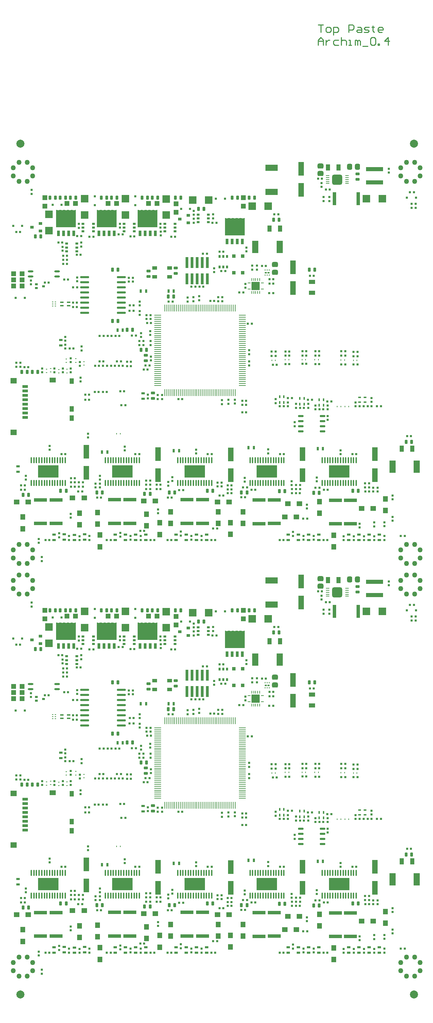
<source format=gtp>
G04 Layer_Color=8421504*
%FSLAX25Y25*%
%MOIN*%
G70*
G01*
G75*
G04:AMPARAMS|DCode=11|XSize=78.74mil|YSize=78.74mil|CornerRadius=39.37mil|HoleSize=0mil|Usage=FLASHONLY|Rotation=90.000|XOffset=0mil|YOffset=0mil|HoleType=Round|Shape=RoundedRectangle|*
%AMROUNDEDRECTD11*
21,1,0.07874,0.00000,0,0,90.0*
21,1,0.00000,0.07874,0,0,90.0*
1,1,0.07874,0.00000,0.00000*
1,1,0.07874,0.00000,0.00000*
1,1,0.07874,0.00000,0.00000*
1,1,0.07874,0.00000,0.00000*
%
%ADD11ROUNDEDRECTD11*%
%ADD12C,0.01000*%
%ADD31R,0.05906X0.04528*%
%ADD132C,0.05000*%
%ADD158R,0.01201X0.01024*%
%ADD159R,0.02359X0.01181*%
%ADD160O,0.05509X0.01965*%
G04:AMPARAMS|DCode=161|XSize=20mil|YSize=22mil|CornerRadius=3.4mil|HoleSize=0mil|Usage=FLASHONLY|Rotation=0.000|XOffset=0mil|YOffset=0mil|HoleType=Round|Shape=RoundedRectangle|*
%AMROUNDEDRECTD161*
21,1,0.02000,0.01520,0,0,0.0*
21,1,0.01320,0.02200,0,0,0.0*
1,1,0.00680,0.00660,-0.00760*
1,1,0.00680,-0.00660,-0.00760*
1,1,0.00680,-0.00660,0.00760*
1,1,0.00680,0.00660,0.00760*
%
%ADD161ROUNDEDRECTD161*%
%ADD162R,0.02950X0.01965*%
G04:AMPARAMS|DCode=163|XSize=20mil|YSize=22mil|CornerRadius=3.4mil|HoleSize=0mil|Usage=FLASHONLY|Rotation=270.000|XOffset=0mil|YOffset=0mil|HoleType=Round|Shape=RoundedRectangle|*
%AMROUNDEDRECTD163*
21,1,0.02000,0.01520,0,0,270.0*
21,1,0.01320,0.02200,0,0,270.0*
1,1,0.00680,-0.00760,-0.00660*
1,1,0.00680,-0.00760,0.00660*
1,1,0.00680,0.00760,0.00660*
1,1,0.00680,0.00760,-0.00660*
%
%ADD163ROUNDEDRECTD163*%
G04:AMPARAMS|DCode=164|XSize=27.13mil|YSize=37.37mil|CornerRadius=4.83mil|HoleSize=0mil|Usage=FLASHONLY|Rotation=0.000|XOffset=0mil|YOffset=0mil|HoleType=Round|Shape=RoundedRectangle|*
%AMROUNDEDRECTD164*
21,1,0.02713,0.02772,0,0,0.0*
21,1,0.01748,0.03737,0,0,0.0*
1,1,0.00965,0.00874,-0.01386*
1,1,0.00965,-0.00874,-0.01386*
1,1,0.00965,-0.00874,0.01386*
1,1,0.00965,0.00874,0.01386*
%
%ADD164ROUNDEDRECTD164*%
%ADD165R,0.03265X0.02438*%
%ADD166R,0.02438X0.03265*%
%ADD167R,0.01800X0.02600*%
%ADD168O,0.01178X0.06493*%
%ADD169R,0.20351X0.12005*%
%ADD170R,0.05312X0.13186*%
%ADD171R,0.12792X0.03343*%
%ADD172R,0.07871X0.07871*%
%ADD173O,0.02950X0.00902*%
%ADD174O,0.00902X0.02950*%
%ADD175R,0.06493X0.05312*%
%ADD176R,0.04328X0.05706*%
%ADD177R,0.05706X0.02950*%
%ADD178R,0.02200X0.02200*%
%ADD179R,0.03343X0.01375*%
%ADD180R,0.03737X0.03343*%
%ADD181R,0.03400X0.03000*%
%ADD182R,0.02200X0.02200*%
%ADD183R,0.02162X0.03147*%
%ADD184R,0.03147X0.02162*%
%ADD185R,0.04131X0.06493*%
G04:AMPARAMS|DCode=186|XSize=50mil|YSize=58mil|CornerRadius=12mil|HoleSize=0mil|Usage=FLASHONLY|Rotation=270.000|XOffset=0mil|YOffset=0mil|HoleType=Round|Shape=RoundedRectangle|*
%AMROUNDEDRECTD186*
21,1,0.05000,0.03400,0,0,270.0*
21,1,0.02600,0.05800,0,0,270.0*
1,1,0.02400,-0.01700,-0.01300*
1,1,0.02400,-0.01700,0.01300*
1,1,0.02400,0.01700,0.01300*
1,1,0.02400,0.01700,-0.01300*
%
%ADD186ROUNDEDRECTD186*%
%ADD187R,0.12400X0.06100*%
%ADD188R,0.06100X0.12400*%
%ADD189R,0.02600X0.05400*%
%ADD190R,0.19500X0.16800*%
G04:AMPARAMS|DCode=191|XSize=27.13mil|YSize=37.37mil|CornerRadius=4.83mil|HoleSize=0mil|Usage=FLASHONLY|Rotation=90.000|XOffset=0mil|YOffset=0mil|HoleType=Round|Shape=RoundedRectangle|*
%AMROUNDEDRECTD191*
21,1,0.02713,0.02772,0,0,90.0*
21,1,0.01748,0.03737,0,0,90.0*
1,1,0.00965,0.01386,0.00874*
1,1,0.00965,0.01386,-0.00874*
1,1,0.00965,-0.01386,-0.00874*
1,1,0.00965,-0.01386,0.00874*
%
%ADD191ROUNDEDRECTD191*%
%ADD192O,0.08855X0.02162*%
%ADD193O,0.06887X0.00981*%
%ADD194O,0.00981X0.06887*%
G04:AMPARAMS|DCode=195|XSize=50mil|YSize=58mil|CornerRadius=12mil|HoleSize=0mil|Usage=FLASHONLY|Rotation=180.000|XOffset=0mil|YOffset=0mil|HoleType=Round|Shape=RoundedRectangle|*
%AMROUNDEDRECTD195*
21,1,0.05000,0.03400,0,0,180.0*
21,1,0.02600,0.05800,0,0,180.0*
1,1,0.02400,-0.01300,0.01700*
1,1,0.02400,0.01300,0.01700*
1,1,0.02400,0.01300,-0.01700*
1,1,0.02400,-0.01300,-0.01700*
%
%ADD195ROUNDEDRECTD195*%
%ADD196R,0.03816X0.00981*%
G04:AMPARAMS|DCode=197|XSize=103mil|YSize=103mil|CornerRadius=25.25mil|HoleSize=0mil|Usage=FLASHONLY|Rotation=0.000|XOffset=0mil|YOffset=0mil|HoleType=Round|Shape=RoundedRectangle|*
%AMROUNDEDRECTD197*
21,1,0.10300,0.05250,0,0,0.0*
21,1,0.05250,0.10300,0,0,0.0*
1,1,0.05050,0.02625,-0.02625*
1,1,0.05050,-0.02625,-0.02625*
1,1,0.05050,-0.02625,0.02625*
1,1,0.05050,0.02625,0.02625*
%
%ADD197ROUNDEDRECTD197*%
%ADD198R,0.00902X0.01375*%
%ADD199R,0.16532X0.04446*%
%ADD200R,0.03343X0.12792*%
%ADD201R,0.02753X0.10824*%
%ADD202O,0.05706X0.02162*%
%ADD203R,0.06493X0.04131*%
%ADD204R,0.02600X0.01800*%
%ADD205R,0.00984X0.01378*%
%ADD206R,0.01378X0.00984*%
%ADD207R,0.05312X0.04918*%
%ADD208R,0.04918X0.05312*%
%ADD209R,0.04524X0.03343*%
%ADD210R,0.04600X0.04600*%
%ADD211R,0.04600X0.04600*%
%ADD212R,0.07700X0.07700*%
%ADD213R,0.07700X0.07700*%
G36*
X169194Y780496D02*
X168894Y780096D01*
X167394D01*
X166994Y780496D01*
Y782896D01*
X169194D01*
Y780496D01*
D02*
G37*
G36*
X165494D02*
X165094Y780096D01*
X163694D01*
X163294Y780496D01*
Y782896D01*
X165494D01*
Y780496D01*
D02*
G37*
G36*
X161706Y780396D02*
X161352Y780096D01*
X159856D01*
X159462Y780496D01*
Y782896D01*
X161706D01*
Y780396D01*
D02*
G37*
G36*
X157927D02*
X157572Y780096D01*
X156076D01*
X155683Y780496D01*
Y782896D01*
X157927D01*
Y780396D01*
D02*
G37*
G36*
X129094Y780496D02*
X128794Y780096D01*
X127294D01*
X126894Y780496D01*
Y782896D01*
X129094D01*
Y780496D01*
D02*
G37*
G36*
X125394D02*
X124994Y780096D01*
X123594D01*
X123194Y780496D01*
Y782896D01*
X125394D01*
Y780496D01*
D02*
G37*
G36*
X121606Y780396D02*
X121252Y780096D01*
X119756D01*
X119362Y780496D01*
Y782896D01*
X121606D01*
Y780396D01*
D02*
G37*
G36*
X117827D02*
X117472Y780096D01*
X115976D01*
X115583Y780496D01*
Y782896D01*
X117827D01*
Y780396D01*
D02*
G37*
G36*
X89243Y780496D02*
X88943Y780096D01*
X87443D01*
X87043Y780496D01*
Y782896D01*
X89243D01*
Y780496D01*
D02*
G37*
G36*
X85543D02*
X85143Y780096D01*
X83743D01*
X83343Y780496D01*
Y782896D01*
X85543D01*
Y780496D01*
D02*
G37*
G36*
X81756Y780396D02*
X81402Y780096D01*
X79905D01*
X79512Y780496D01*
Y782896D01*
X81756D01*
Y780396D01*
D02*
G37*
G36*
X77976D02*
X77622Y780096D01*
X76126D01*
X75732Y780496D01*
Y782896D01*
X77976D01*
Y780396D01*
D02*
G37*
G36*
X172194Y777696D02*
X171194D01*
Y782896D01*
X172194D01*
Y777696D01*
D02*
G37*
G36*
X153990D02*
X152887D01*
Y782896D01*
X153990D01*
Y777696D01*
D02*
G37*
G36*
X132094D02*
X131094D01*
Y782896D01*
X132094D01*
Y777696D01*
D02*
G37*
G36*
X113890D02*
X112787D01*
Y782896D01*
X113890D01*
Y777696D01*
D02*
G37*
G36*
X92243D02*
X91243D01*
Y782896D01*
X92243D01*
Y777696D01*
D02*
G37*
G36*
X74039D02*
X72937D01*
Y782896D01*
X74039D01*
Y777696D01*
D02*
G37*
G36*
X254743Y772496D02*
X254443Y772096D01*
X252943D01*
X252543Y772496D01*
Y774896D01*
X254743D01*
Y772496D01*
D02*
G37*
G36*
X251043D02*
X250643Y772096D01*
X249243D01*
X248843Y772496D01*
Y774896D01*
X251043D01*
Y772496D01*
D02*
G37*
G36*
X247256Y772396D02*
X246902Y772096D01*
X245406D01*
X245012Y772496D01*
Y774896D01*
X247256D01*
Y772396D01*
D02*
G37*
G36*
X243476D02*
X243122Y772096D01*
X241626D01*
X241232Y772496D01*
Y774896D01*
X243476D01*
Y772396D01*
D02*
G37*
G36*
X257743Y769696D02*
X256743D01*
Y774896D01*
X257743D01*
Y769696D01*
D02*
G37*
G36*
X239539D02*
X238437D01*
Y774896D01*
X239539D01*
Y769696D01*
D02*
G37*
G36*
X168494Y766317D02*
X167194D01*
Y766789D01*
X167594Y767222D01*
X168494D01*
Y766317D01*
D02*
G37*
G36*
X165494Y766828D02*
Y766317D01*
X163394D01*
Y766828D01*
X163794Y767183D01*
X165194D01*
X165494Y766828D01*
D02*
G37*
G36*
X161706D02*
Y766317D01*
X159580D01*
Y766828D01*
X159935Y767183D01*
X161352D01*
X161706Y766828D01*
D02*
G37*
G36*
X157966Y766789D02*
Y766317D01*
X156549D01*
Y767222D01*
X157533D01*
X157966Y766789D01*
D02*
G37*
G36*
X128394Y766317D02*
X127094D01*
Y766789D01*
X127494Y767222D01*
X128394D01*
Y766317D01*
D02*
G37*
G36*
X125394Y766828D02*
Y766317D01*
X123294D01*
Y766828D01*
X123694Y767183D01*
X125094D01*
X125394Y766828D01*
D02*
G37*
G36*
X121606D02*
Y766317D01*
X119480D01*
Y766828D01*
X119835Y767183D01*
X121252D01*
X121606Y766828D01*
D02*
G37*
G36*
X117866Y766789D02*
Y766317D01*
X116449D01*
Y767222D01*
X117433D01*
X117866Y766789D01*
D02*
G37*
G36*
X88543Y766317D02*
X87243D01*
Y766789D01*
X87643Y767222D01*
X88543D01*
Y766317D01*
D02*
G37*
G36*
X85543Y766828D02*
Y766317D01*
X83443D01*
Y766828D01*
X83843Y767183D01*
X85243D01*
X85543Y766828D01*
D02*
G37*
G36*
X81756D02*
Y766317D01*
X79630D01*
Y766828D01*
X79984Y767183D01*
X81402D01*
X81756Y766828D01*
D02*
G37*
G36*
X78016Y766789D02*
Y766317D01*
X76598D01*
Y767222D01*
X77583D01*
X78016Y766789D01*
D02*
G37*
G36*
X254043Y758317D02*
X252743D01*
Y758789D01*
X253143Y759222D01*
X254043D01*
Y758317D01*
D02*
G37*
G36*
X251043Y758828D02*
Y758317D01*
X248943D01*
Y758828D01*
X249343Y759183D01*
X250743D01*
X251043Y758828D01*
D02*
G37*
G36*
X247256D02*
Y758317D01*
X245130D01*
Y758828D01*
X245484Y759183D01*
X246902D01*
X247256Y758828D01*
D02*
G37*
G36*
X243516Y758789D02*
Y758317D01*
X242098D01*
Y759222D01*
X243083D01*
X243516Y758789D01*
D02*
G37*
G36*
X169194Y375496D02*
X168894Y375096D01*
X167394D01*
X166994Y375496D01*
Y377896D01*
X169194D01*
Y375496D01*
D02*
G37*
G36*
X165494D02*
X165094Y375096D01*
X163694D01*
X163294Y375496D01*
Y377896D01*
X165494D01*
Y375496D01*
D02*
G37*
G36*
X161706Y375396D02*
X161352Y375096D01*
X159856D01*
X159462Y375496D01*
Y377896D01*
X161706D01*
Y375396D01*
D02*
G37*
G36*
X157927D02*
X157572Y375096D01*
X156076D01*
X155683Y375496D01*
Y377896D01*
X157927D01*
Y375396D01*
D02*
G37*
G36*
X129094Y375496D02*
X128794Y375096D01*
X127294D01*
X126894Y375496D01*
Y377896D01*
X129094D01*
Y375496D01*
D02*
G37*
G36*
X125394D02*
X124994Y375096D01*
X123594D01*
X123194Y375496D01*
Y377896D01*
X125394D01*
Y375496D01*
D02*
G37*
G36*
X121606Y375396D02*
X121252Y375096D01*
X119756D01*
X119362Y375496D01*
Y377896D01*
X121606D01*
Y375396D01*
D02*
G37*
G36*
X117827D02*
X117472Y375096D01*
X115976D01*
X115583Y375496D01*
Y377896D01*
X117827D01*
Y375396D01*
D02*
G37*
G36*
X89243Y375496D02*
X88943Y375096D01*
X87443D01*
X87043Y375496D01*
Y377896D01*
X89243D01*
Y375496D01*
D02*
G37*
G36*
X85543D02*
X85143Y375096D01*
X83743D01*
X83343Y375496D01*
Y377896D01*
X85543D01*
Y375496D01*
D02*
G37*
G36*
X81756Y375396D02*
X81402Y375096D01*
X79905D01*
X79512Y375496D01*
Y377896D01*
X81756D01*
Y375396D01*
D02*
G37*
G36*
X77976D02*
X77622Y375096D01*
X76126D01*
X75732Y375496D01*
Y377896D01*
X77976D01*
Y375396D01*
D02*
G37*
G36*
X172194Y372696D02*
X171194D01*
Y377896D01*
X172194D01*
Y372696D01*
D02*
G37*
G36*
X153990D02*
X152887D01*
Y377896D01*
X153990D01*
Y372696D01*
D02*
G37*
G36*
X132094D02*
X131094D01*
Y377896D01*
X132094D01*
Y372696D01*
D02*
G37*
G36*
X113890D02*
X112787D01*
Y377896D01*
X113890D01*
Y372696D01*
D02*
G37*
G36*
X92243D02*
X91243D01*
Y377896D01*
X92243D01*
Y372696D01*
D02*
G37*
G36*
X74039D02*
X72937D01*
Y377896D01*
X74039D01*
Y372696D01*
D02*
G37*
G36*
X254743Y367496D02*
X254443Y367096D01*
X252943D01*
X252543Y367496D01*
Y369896D01*
X254743D01*
Y367496D01*
D02*
G37*
G36*
X251043D02*
X250643Y367096D01*
X249243D01*
X248843Y367496D01*
Y369896D01*
X251043D01*
Y367496D01*
D02*
G37*
G36*
X247256Y367396D02*
X246902Y367096D01*
X245406D01*
X245012Y367496D01*
Y369896D01*
X247256D01*
Y367396D01*
D02*
G37*
G36*
X243476D02*
X243122Y367096D01*
X241626D01*
X241232Y367496D01*
Y369896D01*
X243476D01*
Y367396D01*
D02*
G37*
G36*
X257743Y364696D02*
X256743D01*
Y369896D01*
X257743D01*
Y364696D01*
D02*
G37*
G36*
X239539D02*
X238437D01*
Y369896D01*
X239539D01*
Y364696D01*
D02*
G37*
G36*
X168494Y361317D02*
X167194D01*
Y361789D01*
X167594Y362222D01*
X168494D01*
Y361317D01*
D02*
G37*
G36*
X165494Y361828D02*
Y361317D01*
X163394D01*
Y361828D01*
X163794Y362183D01*
X165194D01*
X165494Y361828D01*
D02*
G37*
G36*
X161706D02*
Y361317D01*
X159580D01*
Y361828D01*
X159935Y362183D01*
X161352D01*
X161706Y361828D01*
D02*
G37*
G36*
X157966Y361789D02*
Y361317D01*
X156549D01*
Y362222D01*
X157533D01*
X157966Y361789D01*
D02*
G37*
G36*
X128394Y361317D02*
X127094D01*
Y361789D01*
X127494Y362222D01*
X128394D01*
Y361317D01*
D02*
G37*
G36*
X125394Y361828D02*
Y361317D01*
X123294D01*
Y361828D01*
X123694Y362183D01*
X125094D01*
X125394Y361828D01*
D02*
G37*
G36*
X121606D02*
Y361317D01*
X119480D01*
Y361828D01*
X119835Y362183D01*
X121252D01*
X121606Y361828D01*
D02*
G37*
G36*
X117866Y361789D02*
Y361317D01*
X116449D01*
Y362222D01*
X117433D01*
X117866Y361789D01*
D02*
G37*
G36*
X88543Y361317D02*
X87243D01*
Y361789D01*
X87643Y362222D01*
X88543D01*
Y361317D01*
D02*
G37*
G36*
X85543Y361828D02*
Y361317D01*
X83443D01*
Y361828D01*
X83843Y362183D01*
X85243D01*
X85543Y361828D01*
D02*
G37*
G36*
X81756D02*
Y361317D01*
X79630D01*
Y361828D01*
X79984Y362183D01*
X81402D01*
X81756Y361828D01*
D02*
G37*
G36*
X78016Y361789D02*
Y361317D01*
X76598D01*
Y362222D01*
X77583D01*
X78016Y361789D01*
D02*
G37*
G36*
X254043Y353317D02*
X252743D01*
Y353789D01*
X253143Y354222D01*
X254043D01*
Y353317D01*
D02*
G37*
G36*
X251043Y353829D02*
Y353317D01*
X248943D01*
Y353829D01*
X249343Y354183D01*
X250743D01*
X251043Y353829D01*
D02*
G37*
G36*
X247256D02*
Y353317D01*
X245130D01*
Y353829D01*
X245484Y354183D01*
X246902D01*
X247256Y353829D01*
D02*
G37*
G36*
X243516Y353789D02*
Y353317D01*
X242098D01*
Y354222D01*
X243083D01*
X243516Y353789D01*
D02*
G37*
G54D11*
X37894Y847974D02*
D03*
X423780D02*
D03*
Y13189D02*
D03*
X37894Y12894D02*
D03*
G54D12*
X329869Y944840D02*
Y949838D01*
X332369Y952337D01*
X334868Y949838D01*
Y944840D01*
Y948589D01*
X329869D01*
X337367Y949838D02*
Y944840D01*
Y947339D01*
X338617Y948589D01*
X339866Y949838D01*
X341116D01*
X349863D02*
X346114D01*
X344865Y948589D01*
Y946089D01*
X346114Y944840D01*
X349863D01*
X352362Y952337D02*
Y944840D01*
Y948589D01*
X353612Y949838D01*
X356111D01*
X357361Y948589D01*
Y944840D01*
X359860D02*
X362359D01*
X361109D01*
Y949838D01*
X359860D01*
X366108Y944840D02*
Y949838D01*
X367357D01*
X368607Y948589D01*
Y944840D01*
Y948589D01*
X369857Y949838D01*
X371106Y948589D01*
Y944840D01*
X373605Y943590D02*
X378604D01*
X381103Y951088D02*
X382352Y952337D01*
X384852D01*
X386101Y951088D01*
Y946089D01*
X384852Y944840D01*
X382352D01*
X381103Y946089D01*
Y951088D01*
X388600Y944840D02*
Y946089D01*
X389850D01*
Y944840D01*
X388600D01*
X398597D02*
Y952337D01*
X394848Y948589D01*
X399847D01*
X329869Y964837D02*
X334868D01*
X332369D01*
Y957340D01*
X338617D02*
X341116D01*
X342365Y958589D01*
Y961089D01*
X341116Y962338D01*
X338617D01*
X337367Y961089D01*
Y958589D01*
X338617Y957340D01*
X344865Y954841D02*
Y962338D01*
X348613D01*
X349863Y961089D01*
Y958589D01*
X348613Y957340D01*
X344865D01*
X359860D02*
Y964837D01*
X363609D01*
X364858Y963588D01*
Y961089D01*
X363609Y959839D01*
X359860D01*
X368607Y962338D02*
X371106D01*
X372356Y961089D01*
Y957340D01*
X368607D01*
X367357Y958589D01*
X368607Y959839D01*
X372356D01*
X374855Y957340D02*
X378604D01*
X379853Y958589D01*
X378604Y959839D01*
X376104D01*
X374855Y961089D01*
X376104Y962338D01*
X379853D01*
X383602Y963588D02*
Y962338D01*
X382352D01*
X384852D01*
X383602D01*
Y958589D01*
X384852Y957340D01*
X392349D02*
X389850D01*
X388600Y958589D01*
Y961089D01*
X389850Y962338D01*
X392349D01*
X393599Y961089D01*
Y959839D01*
X388600D01*
G54D31*
X69539Y210879D02*
D03*
Y615879D02*
D03*
G54D132*
X424331Y30945D02*
D03*
X416457D02*
D03*
X410945Y36457D02*
D03*
Y44331D02*
D03*
X416457Y49843D02*
D03*
X424331D02*
D03*
X429843Y44331D02*
D03*
Y36457D02*
D03*
X44331Y30945D02*
D03*
X36457D02*
D03*
X30945Y36457D02*
D03*
Y44331D02*
D03*
X36457Y49843D02*
D03*
X44331D02*
D03*
X49843Y44331D02*
D03*
Y36457D02*
D03*
X44331Y405945D02*
D03*
X36457D02*
D03*
X30945Y411457D02*
D03*
Y419331D02*
D03*
X36457Y424843D02*
D03*
X44331D02*
D03*
X49843Y419331D02*
D03*
Y411457D02*
D03*
X424331Y405945D02*
D03*
X416457D02*
D03*
X410945Y411457D02*
D03*
Y419331D02*
D03*
X416457Y424843D02*
D03*
X424331D02*
D03*
X429843Y419331D02*
D03*
Y411457D02*
D03*
X424331Y435945D02*
D03*
X416457D02*
D03*
X410945Y441457D02*
D03*
Y449331D02*
D03*
X416457Y454843D02*
D03*
X424331D02*
D03*
X429843Y449331D02*
D03*
Y441457D02*
D03*
X44331Y435945D02*
D03*
X36457D02*
D03*
X30945Y441457D02*
D03*
Y449331D02*
D03*
X36457Y454843D02*
D03*
X44331D02*
D03*
X49843Y449331D02*
D03*
Y441457D02*
D03*
X44331Y810945D02*
D03*
X36457D02*
D03*
X30945Y816457D02*
D03*
Y824331D02*
D03*
X36457Y829842D02*
D03*
X44331D02*
D03*
X49843Y824331D02*
D03*
Y816457D02*
D03*
X424331Y810945D02*
D03*
X416457D02*
D03*
X410945Y816457D02*
D03*
Y824331D02*
D03*
X416457Y829842D02*
D03*
X424331D02*
D03*
X429843Y824331D02*
D03*
Y816457D02*
D03*
G54D158*
X72020Y287643D02*
D03*
X72021Y285675D02*
D03*
Y283706D02*
D03*
X69365Y283706D02*
D03*
Y285675D02*
D03*
X69365Y287643D02*
D03*
X72020Y692643D02*
D03*
X72021Y690675D02*
D03*
Y688706D02*
D03*
X69365Y688706D02*
D03*
Y690675D02*
D03*
X69365Y692643D02*
D03*
G54D159*
X278479Y316454D02*
D03*
X281238D02*
D03*
X278479Y721454D02*
D03*
X281238D02*
D03*
G54D160*
X73736Y312755D02*
D03*
Y317755D02*
D03*
X47948Y312755D02*
D03*
Y317755D02*
D03*
X73736Y717755D02*
D03*
Y722755D02*
D03*
X47948Y717755D02*
D03*
Y722755D02*
D03*
G54D161*
X61760Y306808D02*
D03*
X65550D02*
D03*
X84497Y309658D02*
D03*
X80707D02*
D03*
X110788Y199489D02*
D03*
X114577D02*
D03*
X118671Y199457D02*
D03*
X122460D02*
D03*
X135635Y199936D02*
D03*
X139425D02*
D03*
X146161Y224824D02*
D03*
X142372D02*
D03*
X134494Y224994D02*
D03*
X138284D02*
D03*
X130437Y224916D02*
D03*
X126647D02*
D03*
X118838Y225028D02*
D03*
X122628D02*
D03*
X119287Y229347D02*
D03*
X115498D02*
D03*
X114793Y225003D02*
D03*
X111003D02*
D03*
X115512Y254541D02*
D03*
X119302D02*
D03*
X127109Y254453D02*
D03*
X123319D02*
D03*
X134951Y254454D02*
D03*
X131161D02*
D03*
X147242Y254548D02*
D03*
X151031D02*
D03*
X196441Y192407D02*
D03*
X192652D02*
D03*
X220698Y335001D02*
D03*
X216928D02*
D03*
X260929Y266224D02*
D03*
X264719D02*
D03*
X318096Y235148D02*
D03*
X314326D02*
D03*
X330794Y235042D02*
D03*
X327024D02*
D03*
X356340Y234983D02*
D03*
X352570D02*
D03*
X364545Y238610D02*
D03*
X368335D02*
D03*
X368323Y234468D02*
D03*
X364553D02*
D03*
X364523Y226442D02*
D03*
X368313D02*
D03*
X342704Y190163D02*
D03*
X338914D02*
D03*
X331067Y182347D02*
D03*
X334857D02*
D03*
X323723Y191592D02*
D03*
X319933D02*
D03*
X312131Y183782D02*
D03*
X315921D02*
D03*
X292294Y185394D02*
D03*
X296083D02*
D03*
X379884Y101794D02*
D03*
X376094D02*
D03*
X367094Y138294D02*
D03*
X363324D02*
D03*
X335316Y103394D02*
D03*
X339106D02*
D03*
X327194Y105294D02*
D03*
X330964D02*
D03*
X296194Y138294D02*
D03*
X292424D02*
D03*
X311784Y100094D02*
D03*
X307994D02*
D03*
X315194Y75194D02*
D03*
X318964D02*
D03*
X338894Y54094D02*
D03*
X335124D02*
D03*
X292094Y54194D02*
D03*
X295864D02*
D03*
X260084Y105794D02*
D03*
X256294D02*
D03*
X268194Y103294D02*
D03*
X264424D02*
D03*
X254394Y95994D02*
D03*
X258164D02*
D03*
X236794Y97594D02*
D03*
X233024D02*
D03*
X182494Y95794D02*
D03*
X186264D02*
D03*
X230694Y65494D02*
D03*
X226924D02*
D03*
X228794Y54094D02*
D03*
X225024D02*
D03*
X182094D02*
D03*
X185864D02*
D03*
X154394Y138294D02*
D03*
X150624D02*
D03*
X161194Y112394D02*
D03*
X164964D02*
D03*
X164983Y108294D02*
D03*
X161194D02*
D03*
X175284D02*
D03*
X171494D02*
D03*
Y104194D02*
D03*
X175264D02*
D03*
X164983D02*
D03*
X161194D02*
D03*
X159294Y63094D02*
D03*
X155524D02*
D03*
X169257Y54169D02*
D03*
X165487D02*
D03*
X42283Y103494D02*
D03*
X38494D02*
D03*
X91184Y106494D02*
D03*
X87394D02*
D03*
X91184Y110594D02*
D03*
X87394D02*
D03*
X98984D02*
D03*
X95194D02*
D03*
X87394Y114694D02*
D03*
X91164D02*
D03*
X122594Y54194D02*
D03*
X126364D02*
D03*
X112994Y95694D02*
D03*
X116764D02*
D03*
X98364Y101694D02*
D03*
X94594D02*
D03*
X81794Y138294D02*
D03*
X78024D02*
D03*
X38494Y107594D02*
D03*
X42264D02*
D03*
X95194Y106494D02*
D03*
X98964D02*
D03*
X62524Y53994D02*
D03*
X66294D02*
D03*
X205563Y302555D02*
D03*
X209353D02*
D03*
X217165Y302647D02*
D03*
X213375D02*
D03*
X284264Y238948D02*
D03*
X288054D02*
D03*
X234903Y317941D02*
D03*
X238673D02*
D03*
X189613Y351694D02*
D03*
X185843D02*
D03*
X145728Y351969D02*
D03*
X149498D02*
D03*
X109341Y351870D02*
D03*
X105571D02*
D03*
X244864Y103694D02*
D03*
X241094D02*
D03*
X41670Y223875D02*
D03*
X45440D02*
D03*
X290664Y373794D02*
D03*
X286894D02*
D03*
X33921Y223899D02*
D03*
X37711D02*
D03*
Y227899D02*
D03*
X33941D02*
D03*
X241094Y107736D02*
D03*
X244883D02*
D03*
X244864Y99894D02*
D03*
X241094D02*
D03*
X225394Y138294D02*
D03*
X221624D02*
D03*
X197336Y103094D02*
D03*
X193566D02*
D03*
X230064Y365394D02*
D03*
X226294D02*
D03*
X93118Y334081D02*
D03*
X96888D02*
D03*
X318101Y226908D02*
D03*
X314311D02*
D03*
X330781Y226754D02*
D03*
X326991D02*
D03*
X356297Y226439D02*
D03*
X352508D02*
D03*
X75094Y345994D02*
D03*
X78883D02*
D03*
X285467Y225996D02*
D03*
X289257D02*
D03*
X301610Y239153D02*
D03*
X297820D02*
D03*
X297799Y226575D02*
D03*
X301589D02*
D03*
X281958Y296358D02*
D03*
X285748D02*
D03*
X233104Y336994D02*
D03*
X236894D02*
D03*
X278543Y322933D02*
D03*
X274773D02*
D03*
X186994Y288194D02*
D03*
X183224D02*
D03*
X164364Y225494D02*
D03*
X160594D02*
D03*
X224094Y288594D02*
D03*
X227864D02*
D03*
X162464Y221394D02*
D03*
X158694D02*
D03*
X285758Y310154D02*
D03*
X281988D02*
D03*
X93364Y301994D02*
D03*
X89594D02*
D03*
X161994Y266994D02*
D03*
X165764D02*
D03*
X144894Y278894D02*
D03*
X148684D02*
D03*
X148784Y284394D02*
D03*
X144994D02*
D03*
X89494Y287094D02*
D03*
X93283D02*
D03*
X93283Y282694D02*
D03*
X89494D02*
D03*
X337355Y397936D02*
D03*
X341125D02*
D03*
X83526Y333084D02*
D03*
X79737D02*
D03*
X329725Y408736D02*
D03*
X333515D02*
D03*
X284262Y234870D02*
D03*
X288032D02*
D03*
X301606Y235109D02*
D03*
X297836D02*
D03*
X89811Y241979D02*
D03*
X86021D02*
D03*
X93597Y352486D02*
D03*
X97387D02*
D03*
X138025Y353949D02*
D03*
X134235D02*
D03*
X285758Y305854D02*
D03*
X281988D02*
D03*
X83499Y329094D02*
D03*
X79709D02*
D03*
X79708Y324988D02*
D03*
X83498D02*
D03*
X356336Y239216D02*
D03*
X352546D02*
D03*
X330806Y239222D02*
D03*
X327016D02*
D03*
X321824Y313394D02*
D03*
X325594D02*
D03*
X417004Y156146D02*
D03*
X420774D02*
D03*
X136840Y186447D02*
D03*
X140630D02*
D03*
X252561Y297177D02*
D03*
X256351D02*
D03*
X303994Y193294D02*
D03*
X300204D02*
D03*
X318113Y239282D02*
D03*
X314323D02*
D03*
X425315Y384060D02*
D03*
X421545D02*
D03*
X421555Y380060D02*
D03*
X425345D02*
D03*
X414694Y58194D02*
D03*
X410904D02*
D03*
X419862Y395457D02*
D03*
X423652D02*
D03*
X33804Y356494D02*
D03*
X37594D02*
D03*
X255389Y179340D02*
D03*
X259178D02*
D03*
X255418Y190793D02*
D03*
X259207D02*
D03*
X255409Y186819D02*
D03*
X259198D02*
D03*
X370572Y185424D02*
D03*
X374361D02*
D03*
X378433Y185432D02*
D03*
X382223D02*
D03*
X391323Y185435D02*
D03*
X387554D02*
D03*
X105066Y196846D02*
D03*
X101296D02*
D03*
X105099Y191671D02*
D03*
X101310D02*
D03*
X136301Y229362D02*
D03*
X132511D02*
D03*
X146194Y229194D02*
D03*
X142404D02*
D03*
X61760Y711808D02*
D03*
X65550D02*
D03*
X84497Y714657D02*
D03*
X80707D02*
D03*
X110788Y604489D02*
D03*
X114577D02*
D03*
X118671Y604457D02*
D03*
X122460D02*
D03*
X135635Y604936D02*
D03*
X139425D02*
D03*
X146161Y629824D02*
D03*
X142372D02*
D03*
X134494Y629994D02*
D03*
X138284D02*
D03*
X130437Y629916D02*
D03*
X126647D02*
D03*
X118838Y630028D02*
D03*
X122628D02*
D03*
X119287Y634347D02*
D03*
X115498D02*
D03*
X114793Y630003D02*
D03*
X111003D02*
D03*
X115512Y659541D02*
D03*
X119302D02*
D03*
X127109Y659453D02*
D03*
X123319D02*
D03*
X134951Y659454D02*
D03*
X131161D02*
D03*
X147242Y659548D02*
D03*
X151031D02*
D03*
X196441Y597407D02*
D03*
X192652D02*
D03*
X220698Y740001D02*
D03*
X216928D02*
D03*
X260929Y671224D02*
D03*
X264719D02*
D03*
X318096Y640148D02*
D03*
X314326D02*
D03*
X330794Y640042D02*
D03*
X327024D02*
D03*
X356340Y639983D02*
D03*
X352570D02*
D03*
X364545Y643610D02*
D03*
X368335D02*
D03*
X368323Y639468D02*
D03*
X364553D02*
D03*
X364523Y631442D02*
D03*
X368313D02*
D03*
X342704Y595163D02*
D03*
X338914D02*
D03*
X331067Y587347D02*
D03*
X334857D02*
D03*
X323723Y596592D02*
D03*
X319933D02*
D03*
X312131Y588782D02*
D03*
X315921D02*
D03*
X292294Y590394D02*
D03*
X296083D02*
D03*
X379884Y506794D02*
D03*
X376094D02*
D03*
X367094Y543294D02*
D03*
X363324D02*
D03*
X335316Y508394D02*
D03*
X339106D02*
D03*
X327194Y510294D02*
D03*
X330964D02*
D03*
X296194Y543294D02*
D03*
X292424D02*
D03*
X311784Y505094D02*
D03*
X307994D02*
D03*
X315194Y480194D02*
D03*
X318964D02*
D03*
X338894Y459094D02*
D03*
X335124D02*
D03*
X292094Y459194D02*
D03*
X295864D02*
D03*
X260084Y510794D02*
D03*
X256294D02*
D03*
X268194Y508294D02*
D03*
X264424D02*
D03*
X254394Y500994D02*
D03*
X258164D02*
D03*
X236794Y502594D02*
D03*
X233024D02*
D03*
X182494Y500794D02*
D03*
X186264D02*
D03*
X230694Y470494D02*
D03*
X226924D02*
D03*
X228794Y459094D02*
D03*
X225024D02*
D03*
X182094D02*
D03*
X185864D02*
D03*
X154394Y543294D02*
D03*
X150624D02*
D03*
X161194Y517394D02*
D03*
X164964D02*
D03*
X164983Y513294D02*
D03*
X161194D02*
D03*
X175284D02*
D03*
X171494D02*
D03*
Y509194D02*
D03*
X175264D02*
D03*
X164983D02*
D03*
X161194D02*
D03*
X159294Y468094D02*
D03*
X155524D02*
D03*
X169257Y459169D02*
D03*
X165487D02*
D03*
X42283Y508494D02*
D03*
X38494D02*
D03*
X91184Y511494D02*
D03*
X87394D02*
D03*
X91184Y515594D02*
D03*
X87394D02*
D03*
X98984D02*
D03*
X95194D02*
D03*
X87394Y519694D02*
D03*
X91164D02*
D03*
X122594Y459194D02*
D03*
X126364D02*
D03*
X112994Y500694D02*
D03*
X116764D02*
D03*
X98364Y506694D02*
D03*
X94594D02*
D03*
X81794Y543294D02*
D03*
X78024D02*
D03*
X38494Y512594D02*
D03*
X42264D02*
D03*
X95194Y511494D02*
D03*
X98964D02*
D03*
X62524Y458994D02*
D03*
X66294D02*
D03*
X205563Y707555D02*
D03*
X209353D02*
D03*
X217165Y707648D02*
D03*
X213375D02*
D03*
X284264Y643948D02*
D03*
X288054D02*
D03*
X234903Y722941D02*
D03*
X238673D02*
D03*
X189613Y756694D02*
D03*
X185843D02*
D03*
X145728Y756968D02*
D03*
X149498D02*
D03*
X109341Y756870D02*
D03*
X105571D02*
D03*
X244864Y508694D02*
D03*
X241094D02*
D03*
X41670Y628875D02*
D03*
X45440D02*
D03*
X290664Y778794D02*
D03*
X286894D02*
D03*
X33921Y628899D02*
D03*
X37711D02*
D03*
Y632899D02*
D03*
X33941D02*
D03*
X241094Y512736D02*
D03*
X244883D02*
D03*
X244864Y504894D02*
D03*
X241094D02*
D03*
X225394Y543294D02*
D03*
X221624D02*
D03*
X197336Y508094D02*
D03*
X193566D02*
D03*
X230064Y770394D02*
D03*
X226294D02*
D03*
X93118Y739081D02*
D03*
X96888D02*
D03*
X318101Y631908D02*
D03*
X314311D02*
D03*
X330781Y631754D02*
D03*
X326991D02*
D03*
X356297Y631439D02*
D03*
X352508D02*
D03*
X75094Y750994D02*
D03*
X78883D02*
D03*
X285467Y630996D02*
D03*
X289257D02*
D03*
X301610Y644153D02*
D03*
X297820D02*
D03*
X297799Y631575D02*
D03*
X301589D02*
D03*
X281958Y701358D02*
D03*
X285748D02*
D03*
X233104Y741994D02*
D03*
X236894D02*
D03*
X278543Y727933D02*
D03*
X274773D02*
D03*
X186994Y693194D02*
D03*
X183224D02*
D03*
X164364Y630494D02*
D03*
X160594D02*
D03*
X224094Y693594D02*
D03*
X227864D02*
D03*
X162464Y626394D02*
D03*
X158694D02*
D03*
X285758Y715154D02*
D03*
X281988D02*
D03*
X93364Y706994D02*
D03*
X89594D02*
D03*
X161994Y671994D02*
D03*
X165764D02*
D03*
X144894Y683894D02*
D03*
X148684D02*
D03*
X148784Y689394D02*
D03*
X144994D02*
D03*
X89494Y692094D02*
D03*
X93283D02*
D03*
X93283Y687694D02*
D03*
X89494D02*
D03*
X337355Y802936D02*
D03*
X341125D02*
D03*
X83526Y738084D02*
D03*
X79737D02*
D03*
X329725Y813736D02*
D03*
X333515D02*
D03*
X284262Y639870D02*
D03*
X288032D02*
D03*
X301606Y640109D02*
D03*
X297836D02*
D03*
X89811Y646979D02*
D03*
X86021D02*
D03*
X93597Y757486D02*
D03*
X97387D02*
D03*
X138025Y758949D02*
D03*
X134235D02*
D03*
X285758Y710853D02*
D03*
X281988D02*
D03*
X83499Y734094D02*
D03*
X79709D02*
D03*
X79708Y729988D02*
D03*
X83498D02*
D03*
X356336Y644216D02*
D03*
X352546D02*
D03*
X330806Y644222D02*
D03*
X327016D02*
D03*
X321824Y718394D02*
D03*
X325594D02*
D03*
X417004Y561146D02*
D03*
X420774D02*
D03*
X136840Y591447D02*
D03*
X140630D02*
D03*
X252561Y702177D02*
D03*
X256351D02*
D03*
X303994Y598294D02*
D03*
X300204D02*
D03*
X318113Y644281D02*
D03*
X314323D02*
D03*
X425315Y789059D02*
D03*
X421545D02*
D03*
X421555Y785059D02*
D03*
X425345D02*
D03*
X414694Y463194D02*
D03*
X410904D02*
D03*
X419862Y800457D02*
D03*
X423652D02*
D03*
X33804Y761494D02*
D03*
X37594D02*
D03*
X255389Y584340D02*
D03*
X259178D02*
D03*
X255418Y595793D02*
D03*
X259207D02*
D03*
X255409Y591819D02*
D03*
X259198D02*
D03*
X370572Y590424D02*
D03*
X374361D02*
D03*
X378433Y590432D02*
D03*
X382223D02*
D03*
X391323Y590436D02*
D03*
X387554D02*
D03*
X105066Y601847D02*
D03*
X101296D02*
D03*
X105099Y596671D02*
D03*
X101310D02*
D03*
X136301Y634362D02*
D03*
X132511D02*
D03*
X146194Y634194D02*
D03*
X142404D02*
D03*
G54D162*
X53355Y305167D02*
D03*
Y301230D02*
D03*
X60441Y303199D02*
D03*
X53355Y710167D02*
D03*
Y706230D02*
D03*
X60441Y708199D02*
D03*
G54D163*
X47961Y308862D02*
D03*
Y305072D02*
D03*
X154374Y245485D02*
D03*
Y249275D02*
D03*
X104083Y154714D02*
D03*
Y158484D02*
D03*
X235349Y191266D02*
D03*
Y187476D02*
D03*
X207549Y292262D02*
D03*
Y288472D02*
D03*
X213269Y293281D02*
D03*
Y289491D02*
D03*
X366525Y189206D02*
D03*
Y185436D02*
D03*
X339003Y182356D02*
D03*
Y186146D02*
D03*
X327043Y186152D02*
D03*
Y182382D02*
D03*
X308094Y187594D02*
D03*
Y183824D02*
D03*
X300294Y185394D02*
D03*
Y189183D02*
D03*
X328594Y115494D02*
D03*
Y111724D02*
D03*
X387994Y105483D02*
D03*
Y101694D02*
D03*
X383894D02*
D03*
Y105464D02*
D03*
X379794Y105794D02*
D03*
Y109564D02*
D03*
X375694Y109583D02*
D03*
Y105794D02*
D03*
X351766Y138276D02*
D03*
Y142066D02*
D03*
X402694Y93924D02*
D03*
Y97694D02*
D03*
Y72924D02*
D03*
Y76694D02*
D03*
X384894Y71294D02*
D03*
Y67524D02*
D03*
X394894Y71394D02*
D03*
Y67624D02*
D03*
Y57894D02*
D03*
Y54124D02*
D03*
X384894Y57794D02*
D03*
Y54024D02*
D03*
X374894Y57794D02*
D03*
Y54024D02*
D03*
X370494Y70094D02*
D03*
Y66324D02*
D03*
X364894Y57794D02*
D03*
Y54024D02*
D03*
X354894Y54094D02*
D03*
Y57864D02*
D03*
X312194Y107894D02*
D03*
Y104124D02*
D03*
X307994Y107884D02*
D03*
Y104094D02*
D03*
X303894Y111683D02*
D03*
Y107894D02*
D03*
X280880Y139190D02*
D03*
Y142980D02*
D03*
X303994Y103894D02*
D03*
Y100124D02*
D03*
X318794Y88794D02*
D03*
Y85024D02*
D03*
X325394Y57994D02*
D03*
Y54224D02*
D03*
X315394Y57994D02*
D03*
Y54224D02*
D03*
X305294Y58194D02*
D03*
Y61964D02*
D03*
X257794Y114994D02*
D03*
Y111224D02*
D03*
X186894Y115694D02*
D03*
Y111924D02*
D03*
X215394Y57894D02*
D03*
Y54124D02*
D03*
X205394Y57994D02*
D03*
Y54224D02*
D03*
X195294Y58494D02*
D03*
Y62264D02*
D03*
X115694Y117164D02*
D03*
Y113394D02*
D03*
Y109394D02*
D03*
Y105624D02*
D03*
X172894Y83994D02*
D03*
Y80224D02*
D03*
X155894Y54194D02*
D03*
Y57964D02*
D03*
X145794Y57994D02*
D03*
Y54224D02*
D03*
X135794Y57294D02*
D03*
Y61064D02*
D03*
X66561Y142659D02*
D03*
Y146449D02*
D03*
X111594Y105604D02*
D03*
Y109394D02*
D03*
X140210Y142001D02*
D03*
Y145791D02*
D03*
X86994Y79794D02*
D03*
Y76024D02*
D03*
X75894Y56824D02*
D03*
Y60594D02*
D03*
X55794Y51294D02*
D03*
Y55064D02*
D03*
X42994Y117094D02*
D03*
Y113324D02*
D03*
X95694Y57864D02*
D03*
Y54094D02*
D03*
X105494Y57894D02*
D03*
Y54124D02*
D03*
X85594Y57964D02*
D03*
Y54194D02*
D03*
X258594Y301630D02*
D03*
Y305400D02*
D03*
X81959Y241889D02*
D03*
Y245659D02*
D03*
X81953Y253468D02*
D03*
Y249698D02*
D03*
X201694Y288094D02*
D03*
Y291883D02*
D03*
X227846Y320748D02*
D03*
Y316958D02*
D03*
X306794Y169594D02*
D03*
Y165804D02*
D03*
X176633Y192485D02*
D03*
Y196255D02*
D03*
X269783Y323248D02*
D03*
Y319458D02*
D03*
X259494Y341094D02*
D03*
Y337304D02*
D03*
X175294Y364384D02*
D03*
Y360594D02*
D03*
X135295Y360600D02*
D03*
Y364390D02*
D03*
X226794Y369794D02*
D03*
Y373584D02*
D03*
X231094Y110383D02*
D03*
Y106594D02*
D03*
X96085Y228845D02*
D03*
Y225055D02*
D03*
X148130Y311373D02*
D03*
Y307603D02*
D03*
X97628Y240187D02*
D03*
Y243957D02*
D03*
X235094Y106594D02*
D03*
Y110383D02*
D03*
X182694Y107294D02*
D03*
Y111083D02*
D03*
X207894Y365504D02*
D03*
Y369294D02*
D03*
X207794Y373294D02*
D03*
Y377083D02*
D03*
X175394Y353004D02*
D03*
Y356794D02*
D03*
X265256Y319458D02*
D03*
Y323248D02*
D03*
X78994Y341794D02*
D03*
Y338004D02*
D03*
X97494Y345883D02*
D03*
Y342094D02*
D03*
X162675Y192909D02*
D03*
Y196679D02*
D03*
X231894Y288524D02*
D03*
Y292294D02*
D03*
X261994Y225494D02*
D03*
Y229264D02*
D03*
X241794Y191564D02*
D03*
Y187794D02*
D03*
X165294Y255394D02*
D03*
Y259164D02*
D03*
X248194Y187994D02*
D03*
Y191764D02*
D03*
X262102Y236494D02*
D03*
Y240264D02*
D03*
X165394Y249294D02*
D03*
Y245524D02*
D03*
X165902Y234159D02*
D03*
Y230389D02*
D03*
X143994Y311364D02*
D03*
Y307594D02*
D03*
X93394Y308094D02*
D03*
Y311864D02*
D03*
X156167Y257113D02*
D03*
Y253343D02*
D03*
X172526Y192491D02*
D03*
Y196261D02*
D03*
X165594Y270924D02*
D03*
Y274694D02*
D03*
X154894Y278794D02*
D03*
Y275004D02*
D03*
X158494Y245504D02*
D03*
Y249294D02*
D03*
X154894Y284294D02*
D03*
Y288084D02*
D03*
X161394Y274783D02*
D03*
Y270994D02*
D03*
X399194Y418394D02*
D03*
Y414624D02*
D03*
X333194Y400694D02*
D03*
Y404484D02*
D03*
X340725Y386803D02*
D03*
Y390593D02*
D03*
X335194Y390583D02*
D03*
Y386794D02*
D03*
X288194Y188524D02*
D03*
Y192294D02*
D03*
X95194Y364297D02*
D03*
Y360507D02*
D03*
X339094Y175764D02*
D03*
Y171994D02*
D03*
X79429Y218583D02*
D03*
Y222372D02*
D03*
X87205D02*
D03*
Y218583D02*
D03*
X87106Y228622D02*
D03*
Y232412D02*
D03*
X71260Y218572D02*
D03*
Y222362D02*
D03*
X59206Y222383D02*
D03*
Y218594D02*
D03*
X235899Y288495D02*
D03*
Y292285D02*
D03*
X58894Y33494D02*
D03*
Y37284D02*
D03*
X48794Y393804D02*
D03*
Y397594D02*
D03*
X320024Y183774D02*
D03*
Y187564D02*
D03*
X210217Y139007D02*
D03*
Y142797D02*
D03*
X382229Y193394D02*
D03*
Y189604D02*
D03*
X96759Y209773D02*
D03*
Y213543D02*
D03*
X47961Y713862D02*
D03*
Y710072D02*
D03*
X154374Y650485D02*
D03*
Y654275D02*
D03*
X104083Y559714D02*
D03*
Y563484D02*
D03*
X235349Y596266D02*
D03*
Y592476D02*
D03*
X207549Y697262D02*
D03*
Y693472D02*
D03*
X213269Y698281D02*
D03*
Y694491D02*
D03*
X366525Y594206D02*
D03*
Y590436D02*
D03*
X339003Y587356D02*
D03*
Y591146D02*
D03*
X327043Y591152D02*
D03*
Y587382D02*
D03*
X308094Y592594D02*
D03*
Y588824D02*
D03*
X300294Y590394D02*
D03*
Y594183D02*
D03*
X328594Y520494D02*
D03*
Y516724D02*
D03*
X387994Y510484D02*
D03*
Y506694D02*
D03*
X383894D02*
D03*
Y510464D02*
D03*
X379794Y510794D02*
D03*
Y514564D02*
D03*
X375694Y514583D02*
D03*
Y510794D02*
D03*
X351766Y543276D02*
D03*
Y547066D02*
D03*
X402694Y498924D02*
D03*
Y502694D02*
D03*
Y477924D02*
D03*
Y481694D02*
D03*
X384894Y476294D02*
D03*
Y472524D02*
D03*
X394894Y476394D02*
D03*
Y472624D02*
D03*
Y462894D02*
D03*
Y459124D02*
D03*
X384894Y462794D02*
D03*
Y459024D02*
D03*
X374894Y462794D02*
D03*
Y459024D02*
D03*
X370494Y475094D02*
D03*
Y471324D02*
D03*
X364894Y462794D02*
D03*
Y459024D02*
D03*
X354894Y459094D02*
D03*
Y462864D02*
D03*
X312194Y512894D02*
D03*
Y509124D02*
D03*
X307994Y512884D02*
D03*
Y509094D02*
D03*
X303894Y516683D02*
D03*
Y512894D02*
D03*
X280880Y544190D02*
D03*
Y547980D02*
D03*
X303994Y508894D02*
D03*
Y505124D02*
D03*
X318794Y493794D02*
D03*
Y490024D02*
D03*
X325394Y462994D02*
D03*
Y459224D02*
D03*
X315394Y462994D02*
D03*
Y459224D02*
D03*
X305294Y463194D02*
D03*
Y466964D02*
D03*
X257794Y519994D02*
D03*
Y516224D02*
D03*
X186894Y520694D02*
D03*
Y516924D02*
D03*
X215394Y462894D02*
D03*
Y459124D02*
D03*
X205394Y462994D02*
D03*
Y459224D02*
D03*
X195294Y463494D02*
D03*
Y467264D02*
D03*
X115694Y522164D02*
D03*
Y518394D02*
D03*
Y514394D02*
D03*
Y510624D02*
D03*
X172894Y488994D02*
D03*
Y485224D02*
D03*
X155894Y459194D02*
D03*
Y462964D02*
D03*
X145794Y462994D02*
D03*
Y459224D02*
D03*
X135794Y462294D02*
D03*
Y466064D02*
D03*
X66561Y547659D02*
D03*
Y551449D02*
D03*
X111594Y510604D02*
D03*
Y514394D02*
D03*
X140210Y547001D02*
D03*
Y550791D02*
D03*
X86994Y484794D02*
D03*
Y481024D02*
D03*
X75894Y461824D02*
D03*
Y465594D02*
D03*
X55794Y456294D02*
D03*
Y460064D02*
D03*
X42994Y522094D02*
D03*
Y518324D02*
D03*
X95694Y462864D02*
D03*
Y459094D02*
D03*
X105494Y462894D02*
D03*
Y459124D02*
D03*
X85594Y462964D02*
D03*
Y459194D02*
D03*
X258594Y706630D02*
D03*
Y710400D02*
D03*
X81959Y646889D02*
D03*
Y650659D02*
D03*
X81953Y658468D02*
D03*
Y654698D02*
D03*
X201694Y693094D02*
D03*
Y696883D02*
D03*
X227846Y725748D02*
D03*
Y721958D02*
D03*
X306794Y574594D02*
D03*
Y570804D02*
D03*
X176633Y597485D02*
D03*
Y601255D02*
D03*
X269783Y728248D02*
D03*
Y724458D02*
D03*
X259494Y746094D02*
D03*
Y742304D02*
D03*
X175294Y769383D02*
D03*
Y765594D02*
D03*
X135295Y765600D02*
D03*
Y769390D02*
D03*
X226794Y774794D02*
D03*
Y778583D02*
D03*
X231094Y515383D02*
D03*
Y511594D02*
D03*
X96085Y633845D02*
D03*
Y630055D02*
D03*
X148130Y716373D02*
D03*
Y712603D02*
D03*
X97628Y645187D02*
D03*
Y648957D02*
D03*
X235094Y511594D02*
D03*
Y515383D02*
D03*
X182694Y512294D02*
D03*
Y516083D02*
D03*
X207894Y770504D02*
D03*
Y774294D02*
D03*
X207794Y778294D02*
D03*
Y782084D02*
D03*
X175394Y758004D02*
D03*
Y761794D02*
D03*
X265256Y724458D02*
D03*
Y728248D02*
D03*
X78994Y746794D02*
D03*
Y743004D02*
D03*
X97494Y750883D02*
D03*
Y747094D02*
D03*
X162675Y597909D02*
D03*
Y601679D02*
D03*
X231894Y693524D02*
D03*
Y697294D02*
D03*
X261994Y630494D02*
D03*
Y634264D02*
D03*
X241794Y596564D02*
D03*
Y592794D02*
D03*
X165294Y660394D02*
D03*
Y664164D02*
D03*
X248194Y592994D02*
D03*
Y596764D02*
D03*
X262102Y641494D02*
D03*
Y645264D02*
D03*
X165394Y654294D02*
D03*
Y650524D02*
D03*
X165902Y639159D02*
D03*
Y635389D02*
D03*
X143994Y716364D02*
D03*
Y712594D02*
D03*
X93394Y713094D02*
D03*
Y716864D02*
D03*
X156167Y662113D02*
D03*
Y658343D02*
D03*
X172526Y597491D02*
D03*
Y601261D02*
D03*
X165594Y675924D02*
D03*
Y679694D02*
D03*
X154894Y683794D02*
D03*
Y680004D02*
D03*
X158494Y650504D02*
D03*
Y654294D02*
D03*
X154894Y689294D02*
D03*
Y693083D02*
D03*
X161394Y679783D02*
D03*
Y675994D02*
D03*
X399194Y823394D02*
D03*
Y819624D02*
D03*
X333194Y805694D02*
D03*
Y809484D02*
D03*
X340725Y791803D02*
D03*
Y795593D02*
D03*
X335194Y795583D02*
D03*
Y791794D02*
D03*
X288194Y593524D02*
D03*
Y597294D02*
D03*
X95194Y769297D02*
D03*
Y765507D02*
D03*
X339094Y580764D02*
D03*
Y576994D02*
D03*
X79429Y623583D02*
D03*
Y627372D02*
D03*
X87205D02*
D03*
Y623583D02*
D03*
X87106Y633622D02*
D03*
Y637412D02*
D03*
X71260Y623572D02*
D03*
Y627362D02*
D03*
X59206Y627384D02*
D03*
Y623594D02*
D03*
X235899Y693495D02*
D03*
Y697285D02*
D03*
X58894Y438494D02*
D03*
Y442283D02*
D03*
X48794Y798804D02*
D03*
Y802594D02*
D03*
X320024Y588774D02*
D03*
Y592564D02*
D03*
X210217Y544007D02*
D03*
Y547797D02*
D03*
X382229Y598394D02*
D03*
Y594604D02*
D03*
X96759Y614773D02*
D03*
Y618543D02*
D03*
G54D164*
X39147Y218897D02*
D03*
X44501D02*
D03*
X369071Y102294D02*
D03*
X363717D02*
D03*
X325416Y100294D02*
D03*
X330771D02*
D03*
X297171Y102094D02*
D03*
X291816D02*
D03*
X254616Y100794D02*
D03*
X259971D02*
D03*
X164971Y99294D02*
D03*
X159616D02*
D03*
X82648Y102294D02*
D03*
X77294D02*
D03*
X112917Y100694D02*
D03*
X118271D02*
D03*
X40317Y98494D02*
D03*
X45671D02*
D03*
X133471Y268894D02*
D03*
X128117D02*
D03*
Y319494D02*
D03*
X133471D02*
D03*
X286117Y368294D02*
D03*
X291471D02*
D03*
X66717Y390094D02*
D03*
X72071D02*
D03*
X189916Y390093D02*
D03*
X195271D02*
D03*
X92271Y390094D02*
D03*
X86916D02*
D03*
X127216Y390093D02*
D03*
X132571D02*
D03*
X172571Y390093D02*
D03*
X167216D02*
D03*
X267571D02*
D03*
X262217D02*
D03*
X188282Y293149D02*
D03*
X182928D02*
D03*
X147865Y260342D02*
D03*
X142511D02*
D03*
X326371Y319394D02*
D03*
X321017D02*
D03*
X421552Y150346D02*
D03*
X416197D02*
D03*
X54721Y218907D02*
D03*
X49367D02*
D03*
X183817Y100694D02*
D03*
X189171D02*
D03*
X221157Y102394D02*
D03*
X226511D02*
D03*
X156217Y240594D02*
D03*
X161571D02*
D03*
X52517Y352094D02*
D03*
X57871D02*
D03*
X217871Y379194D02*
D03*
X212516D02*
D03*
X82171Y390094D02*
D03*
X76816D02*
D03*
X122371D02*
D03*
X117016D02*
D03*
X157116Y390093D02*
D03*
X162471D02*
D03*
X250671Y390093D02*
D03*
X245317D02*
D03*
X39147Y623897D02*
D03*
X44501D02*
D03*
X369071Y507294D02*
D03*
X363717D02*
D03*
X325416Y505294D02*
D03*
X330771D02*
D03*
X297171Y507094D02*
D03*
X291816D02*
D03*
X254616Y505794D02*
D03*
X259971D02*
D03*
X164971Y504294D02*
D03*
X159616D02*
D03*
X82648Y507294D02*
D03*
X77294D02*
D03*
X112917Y505694D02*
D03*
X118271D02*
D03*
X40317Y503494D02*
D03*
X45671D02*
D03*
X133471Y673894D02*
D03*
X128117D02*
D03*
Y724494D02*
D03*
X133471D02*
D03*
X286117Y773294D02*
D03*
X291471D02*
D03*
X66717Y795094D02*
D03*
X72071D02*
D03*
X189916Y795093D02*
D03*
X195271D02*
D03*
X92271Y795094D02*
D03*
X86916D02*
D03*
X127216Y795093D02*
D03*
X132571D02*
D03*
X172571Y795093D02*
D03*
X167216D02*
D03*
X267571D02*
D03*
X262217D02*
D03*
X188282Y698149D02*
D03*
X182928D02*
D03*
X147865Y665342D02*
D03*
X142511D02*
D03*
X326371Y724394D02*
D03*
X321017D02*
D03*
X421552Y555346D02*
D03*
X416197D02*
D03*
X54721Y623907D02*
D03*
X49367D02*
D03*
X183817Y505694D02*
D03*
X189171D02*
D03*
X221157Y507394D02*
D03*
X226511D02*
D03*
X156217Y645594D02*
D03*
X161571D02*
D03*
X52517Y757094D02*
D03*
X57871D02*
D03*
X217871Y784194D02*
D03*
X212516D02*
D03*
X82171Y795094D02*
D03*
X76816D02*
D03*
X122371D02*
D03*
X117016D02*
D03*
X157116Y795093D02*
D03*
X162471D02*
D03*
X250671Y795093D02*
D03*
X245317D02*
D03*
G54D165*
X77339Y245026D02*
D03*
Y250263D02*
D03*
X158166Y192723D02*
D03*
Y197959D02*
D03*
X389894Y59230D02*
D03*
Y53994D02*
D03*
X379894Y59230D02*
D03*
Y53994D02*
D03*
X369894Y59230D02*
D03*
Y53994D02*
D03*
X359894Y59230D02*
D03*
Y53994D02*
D03*
X330394Y59212D02*
D03*
Y53976D02*
D03*
X320394Y59230D02*
D03*
Y53994D02*
D03*
X310394Y59212D02*
D03*
Y53976D02*
D03*
X300394Y59230D02*
D03*
Y53994D02*
D03*
X220394Y59230D02*
D03*
Y53994D02*
D03*
X210394Y59230D02*
D03*
Y53994D02*
D03*
X200394Y59212D02*
D03*
Y53976D02*
D03*
X190394Y59230D02*
D03*
Y53994D02*
D03*
X160894Y59230D02*
D03*
Y53994D02*
D03*
X150894Y59294D02*
D03*
Y54058D02*
D03*
X140694Y59294D02*
D03*
Y54058D02*
D03*
X130894Y59212D02*
D03*
Y53976D02*
D03*
X35381Y126442D02*
D03*
Y121206D02*
D03*
X90894Y59194D02*
D03*
Y53957D02*
D03*
X100694Y59712D02*
D03*
Y54476D02*
D03*
X80794Y59594D02*
D03*
Y54357D02*
D03*
X70894Y59212D02*
D03*
Y53976D02*
D03*
X77339Y650027D02*
D03*
Y655263D02*
D03*
X158166Y597723D02*
D03*
Y602959D02*
D03*
X389894Y464230D02*
D03*
Y458994D02*
D03*
X379894Y464230D02*
D03*
Y458994D02*
D03*
X369894Y464230D02*
D03*
Y458994D02*
D03*
X359894Y464230D02*
D03*
Y458994D02*
D03*
X330394Y464212D02*
D03*
Y458976D02*
D03*
X320394Y464230D02*
D03*
Y458994D02*
D03*
X310394Y464212D02*
D03*
Y458976D02*
D03*
X300394Y464230D02*
D03*
Y458994D02*
D03*
X220394Y464230D02*
D03*
Y458994D02*
D03*
X210394Y464230D02*
D03*
Y458994D02*
D03*
X200394Y464212D02*
D03*
Y458976D02*
D03*
X190394Y464230D02*
D03*
Y458994D02*
D03*
X160894Y464230D02*
D03*
Y458994D02*
D03*
X150894Y464294D02*
D03*
Y459058D02*
D03*
X140694Y464294D02*
D03*
Y459058D02*
D03*
X130894Y464212D02*
D03*
Y458976D02*
D03*
X35381Y531442D02*
D03*
Y526206D02*
D03*
X90894Y464194D02*
D03*
Y458957D02*
D03*
X100694Y464712D02*
D03*
Y459476D02*
D03*
X80794Y464594D02*
D03*
Y459358D02*
D03*
X70894Y464212D02*
D03*
Y458976D02*
D03*
G54D166*
X188212Y298494D02*
D03*
X182976D02*
D03*
X123012Y140394D02*
D03*
X117776D02*
D03*
X160999Y298487D02*
D03*
X155762D02*
D03*
X334612Y143594D02*
D03*
X329376D02*
D03*
X266712Y144694D02*
D03*
X261476D02*
D03*
X193412Y141694D02*
D03*
X188176D02*
D03*
X138236Y260000D02*
D03*
X132999D02*
D03*
X188212Y703494D02*
D03*
X182976D02*
D03*
X123012Y545394D02*
D03*
X117776D02*
D03*
X160999Y703487D02*
D03*
X155762D02*
D03*
X334612Y548594D02*
D03*
X329376D02*
D03*
X266712Y549694D02*
D03*
X261476D02*
D03*
X193412Y546694D02*
D03*
X188176D02*
D03*
X138236Y665000D02*
D03*
X132999D02*
D03*
G54D167*
X335094Y186338D02*
D03*
Y191850D02*
D03*
X330894Y186338D02*
D03*
Y191850D02*
D03*
X316094Y187438D02*
D03*
Y192950D02*
D03*
X311894Y187538D02*
D03*
Y193050D02*
D03*
X291994Y194650D02*
D03*
Y189138D02*
D03*
X296294Y194550D02*
D03*
Y189038D02*
D03*
X335094Y591338D02*
D03*
Y596850D02*
D03*
X330894Y591338D02*
D03*
Y596850D02*
D03*
X316094Y592438D02*
D03*
Y597950D02*
D03*
X311894Y592538D02*
D03*
Y598050D02*
D03*
X291994Y599650D02*
D03*
Y594138D02*
D03*
X296294Y599550D02*
D03*
Y594038D02*
D03*
G54D168*
X333848Y110073D02*
D03*
X336407D02*
D03*
X338966D02*
D03*
X341525D02*
D03*
X344084D02*
D03*
X346643D02*
D03*
X349202D02*
D03*
X351761D02*
D03*
X354320D02*
D03*
X356879D02*
D03*
X359438D02*
D03*
X361997D02*
D03*
X364556D02*
D03*
X367115D02*
D03*
X333848Y132514D02*
D03*
X336407D02*
D03*
X338966D02*
D03*
X341525D02*
D03*
X344084D02*
D03*
X346643D02*
D03*
X349202D02*
D03*
X351761D02*
D03*
X354320D02*
D03*
X356879D02*
D03*
X359438D02*
D03*
X361997D02*
D03*
X364556D02*
D03*
X367115D02*
D03*
X262962Y110073D02*
D03*
X265521D02*
D03*
X268080D02*
D03*
X270639D02*
D03*
X273198D02*
D03*
X275757D02*
D03*
X278316D02*
D03*
X280875D02*
D03*
X283434D02*
D03*
X285993D02*
D03*
X288552D02*
D03*
X291111D02*
D03*
X293670D02*
D03*
X296230D02*
D03*
X262962Y132514D02*
D03*
X265521D02*
D03*
X268080D02*
D03*
X270639D02*
D03*
X273198D02*
D03*
X275757D02*
D03*
X278316D02*
D03*
X280875D02*
D03*
X283434D02*
D03*
X285993D02*
D03*
X288552D02*
D03*
X291111D02*
D03*
X293670D02*
D03*
X296230D02*
D03*
X121190Y110073D02*
D03*
X123749D02*
D03*
X126308D02*
D03*
X128867D02*
D03*
X131426D02*
D03*
X133985D02*
D03*
X136544D02*
D03*
X139103D02*
D03*
X141662D02*
D03*
X144221D02*
D03*
X146781D02*
D03*
X149340D02*
D03*
X151899D02*
D03*
X154458D02*
D03*
X121190Y132514D02*
D03*
X123749D02*
D03*
X126308D02*
D03*
X128867D02*
D03*
X131426D02*
D03*
X133985D02*
D03*
X136544D02*
D03*
X139103D02*
D03*
X141662D02*
D03*
X144221D02*
D03*
X146781D02*
D03*
X149340D02*
D03*
X151899D02*
D03*
X154458D02*
D03*
X48504Y110073D02*
D03*
X51063D02*
D03*
X53622D02*
D03*
X56181D02*
D03*
X58740D02*
D03*
X61299D02*
D03*
X63858D02*
D03*
X66417D02*
D03*
X68977D02*
D03*
X71536D02*
D03*
X74095D02*
D03*
X76654D02*
D03*
X79213D02*
D03*
X81772D02*
D03*
X48504Y132514D02*
D03*
X51063D02*
D03*
X53622D02*
D03*
X56181D02*
D03*
X58740D02*
D03*
X61299D02*
D03*
X63858D02*
D03*
X66417D02*
D03*
X68977D02*
D03*
X71536D02*
D03*
X74095D02*
D03*
X76654D02*
D03*
X79213D02*
D03*
X81772D02*
D03*
X192102Y110073D02*
D03*
X194661D02*
D03*
X197220D02*
D03*
X199779D02*
D03*
X202338D02*
D03*
X204897D02*
D03*
X207456D02*
D03*
X210015D02*
D03*
X212574D02*
D03*
X215133D02*
D03*
X217692D02*
D03*
X220251D02*
D03*
X222811D02*
D03*
X225370D02*
D03*
X192102Y132514D02*
D03*
X194661D02*
D03*
X197220D02*
D03*
X199779D02*
D03*
X202338D02*
D03*
X204897D02*
D03*
X207456D02*
D03*
X210015D02*
D03*
X212574D02*
D03*
X215133D02*
D03*
X217692D02*
D03*
X220251D02*
D03*
X222811D02*
D03*
X225370D02*
D03*
X333848Y515073D02*
D03*
X336407D02*
D03*
X338966D02*
D03*
X341525D02*
D03*
X344084D02*
D03*
X346643D02*
D03*
X349202D02*
D03*
X351761D02*
D03*
X354320D02*
D03*
X356879D02*
D03*
X359438D02*
D03*
X361997D02*
D03*
X364556D02*
D03*
X367115D02*
D03*
X333848Y537514D02*
D03*
X336407D02*
D03*
X338966D02*
D03*
X341525D02*
D03*
X344084D02*
D03*
X346643D02*
D03*
X349202D02*
D03*
X351761D02*
D03*
X354320D02*
D03*
X356879D02*
D03*
X359438D02*
D03*
X361997D02*
D03*
X364556D02*
D03*
X367115D02*
D03*
X262962Y515073D02*
D03*
X265521D02*
D03*
X268080D02*
D03*
X270639D02*
D03*
X273198D02*
D03*
X275757D02*
D03*
X278316D02*
D03*
X280875D02*
D03*
X283434D02*
D03*
X285993D02*
D03*
X288552D02*
D03*
X291111D02*
D03*
X293670D02*
D03*
X296230D02*
D03*
X262962Y537514D02*
D03*
X265521D02*
D03*
X268080D02*
D03*
X270639D02*
D03*
X273198D02*
D03*
X275757D02*
D03*
X278316D02*
D03*
X280875D02*
D03*
X283434D02*
D03*
X285993D02*
D03*
X288552D02*
D03*
X291111D02*
D03*
X293670D02*
D03*
X296230D02*
D03*
X121190Y515073D02*
D03*
X123749D02*
D03*
X126308D02*
D03*
X128867D02*
D03*
X131426D02*
D03*
X133985D02*
D03*
X136544D02*
D03*
X139103D02*
D03*
X141662D02*
D03*
X144221D02*
D03*
X146781D02*
D03*
X149340D02*
D03*
X151899D02*
D03*
X154458D02*
D03*
X121190Y537514D02*
D03*
X123749D02*
D03*
X126308D02*
D03*
X128867D02*
D03*
X131426D02*
D03*
X133985D02*
D03*
X136544D02*
D03*
X139103D02*
D03*
X141662D02*
D03*
X144221D02*
D03*
X146781D02*
D03*
X149340D02*
D03*
X151899D02*
D03*
X154458D02*
D03*
X48504Y515073D02*
D03*
X51063D02*
D03*
X53622D02*
D03*
X56181D02*
D03*
X58740D02*
D03*
X61299D02*
D03*
X63858D02*
D03*
X66417D02*
D03*
X68977D02*
D03*
X71536D02*
D03*
X74095D02*
D03*
X76654D02*
D03*
X79213D02*
D03*
X81772D02*
D03*
X48504Y537514D02*
D03*
X51063D02*
D03*
X53622D02*
D03*
X56181D02*
D03*
X58740D02*
D03*
X61299D02*
D03*
X63858D02*
D03*
X66417D02*
D03*
X68977D02*
D03*
X71536D02*
D03*
X74095D02*
D03*
X76654D02*
D03*
X79213D02*
D03*
X81772D02*
D03*
X192102Y515073D02*
D03*
X194661D02*
D03*
X197220D02*
D03*
X199779D02*
D03*
X202338D02*
D03*
X204897D02*
D03*
X207456D02*
D03*
X210015D02*
D03*
X212574D02*
D03*
X215133D02*
D03*
X217692D02*
D03*
X220251D02*
D03*
X222811D02*
D03*
X225370D02*
D03*
X192102Y537514D02*
D03*
X194661D02*
D03*
X197220D02*
D03*
X199779D02*
D03*
X202338D02*
D03*
X204897D02*
D03*
X207456D02*
D03*
X210015D02*
D03*
X212574D02*
D03*
X215133D02*
D03*
X217692D02*
D03*
X220251D02*
D03*
X222811D02*
D03*
X225370D02*
D03*
G54D169*
X350482Y121294D02*
D03*
X279596D02*
D03*
X137824D02*
D03*
X65138D02*
D03*
X208736D02*
D03*
X350482Y526294D02*
D03*
X279596D02*
D03*
X137824D02*
D03*
X65138D02*
D03*
X208736D02*
D03*
G54D170*
X385394Y117757D02*
D03*
Y138230D02*
D03*
X314594Y117757D02*
D03*
Y138230D02*
D03*
X172894Y117757D02*
D03*
Y138230D02*
D03*
X102394Y120158D02*
D03*
Y140630D02*
D03*
X313294Y397857D02*
D03*
Y418330D02*
D03*
X305094Y321730D02*
D03*
Y301257D02*
D03*
X243994Y138130D02*
D03*
Y117657D02*
D03*
X385394Y522757D02*
D03*
Y543230D02*
D03*
X314594Y522757D02*
D03*
Y543230D02*
D03*
X172894Y522757D02*
D03*
Y543230D02*
D03*
X102394Y525157D02*
D03*
Y545630D02*
D03*
X313294Y802857D02*
D03*
Y823330D02*
D03*
X305094Y726730D02*
D03*
Y706257D02*
D03*
X243994Y543130D02*
D03*
Y522657D02*
D03*
G54D171*
X361394Y93194D02*
D03*
Y69965D02*
D03*
X346694Y93194D02*
D03*
Y69965D02*
D03*
X286894Y93508D02*
D03*
Y70280D02*
D03*
X271894Y93408D02*
D03*
Y70179D02*
D03*
X145294Y93608D02*
D03*
Y70380D02*
D03*
X130194Y93594D02*
D03*
Y70365D02*
D03*
X72694Y93494D02*
D03*
Y70265D02*
D03*
X57394Y93508D02*
D03*
Y70280D02*
D03*
X201106Y70380D02*
D03*
Y93608D02*
D03*
X216306Y70380D02*
D03*
Y93608D02*
D03*
X361394Y498194D02*
D03*
Y474965D02*
D03*
X346694Y498194D02*
D03*
Y474965D02*
D03*
X286894Y498508D02*
D03*
Y475280D02*
D03*
X271894Y498408D02*
D03*
Y475179D02*
D03*
X145294Y498608D02*
D03*
Y475380D02*
D03*
X130194Y498594D02*
D03*
Y475365D02*
D03*
X72694Y498494D02*
D03*
Y475265D02*
D03*
X57394Y498508D02*
D03*
Y475280D02*
D03*
X201106Y475380D02*
D03*
Y498608D02*
D03*
X216306Y475380D02*
D03*
Y498608D02*
D03*
G54D172*
X268602Y303445D02*
D03*
Y708445D02*
D03*
G54D173*
X262205Y300492D02*
D03*
Y306398D02*
D03*
X275000D02*
D03*
Y300492D02*
D03*
X262205Y705492D02*
D03*
Y711398D02*
D03*
X275000D02*
D03*
Y705492D02*
D03*
G54D174*
X264665Y309842D02*
D03*
X266634D02*
D03*
X268602D02*
D03*
X270571D02*
D03*
X272539D02*
D03*
Y297047D02*
D03*
X270571D02*
D03*
X268602D02*
D03*
X266634D02*
D03*
X264665D02*
D03*
Y714843D02*
D03*
X266634D02*
D03*
X268602D02*
D03*
X270571D02*
D03*
X272539D02*
D03*
Y702047D02*
D03*
X270571D02*
D03*
X268602D02*
D03*
X266634D02*
D03*
X264665D02*
D03*
G54D175*
X31154Y210387D02*
D03*
Y159600D02*
D03*
Y615387D02*
D03*
Y564600D02*
D03*
G54D176*
X88142Y210191D02*
D03*
Y182632D02*
D03*
Y173576D02*
D03*
Y615191D02*
D03*
Y587632D02*
D03*
Y578576D02*
D03*
G54D177*
X42571Y174364D02*
D03*
Y178694D02*
D03*
Y183025D02*
D03*
Y187356D02*
D03*
Y191687D02*
D03*
Y196017D02*
D03*
Y200348D02*
D03*
Y204679D02*
D03*
Y579364D02*
D03*
Y583695D02*
D03*
Y588025D02*
D03*
Y592356D02*
D03*
Y596687D02*
D03*
Y601017D02*
D03*
Y605348D02*
D03*
Y609679D02*
D03*
G54D178*
X425645Y389960D02*
D03*
X416914D02*
D03*
X229594Y389194D02*
D03*
X238324D02*
D03*
X69494Y383094D02*
D03*
X78224D02*
D03*
X30754Y362420D02*
D03*
X39485D02*
D03*
X33263Y291594D02*
D03*
X41994D02*
D03*
X204166Y379180D02*
D03*
X195435D02*
D03*
X425645Y794959D02*
D03*
X416914D02*
D03*
X229594Y794194D02*
D03*
X238324D02*
D03*
X69494Y788094D02*
D03*
X78224D02*
D03*
X30754Y767420D02*
D03*
X39485D02*
D03*
X33263Y696594D02*
D03*
X41994D02*
D03*
X204166Y784180D02*
D03*
X195435D02*
D03*
G54D179*
X85140Y287250D02*
D03*
X78447D02*
D03*
Y284100D02*
D03*
X85140D02*
D03*
Y692250D02*
D03*
X78447D02*
D03*
Y689100D02*
D03*
X85140D02*
D03*
G54D180*
X247263Y332565D02*
D03*
X255924Y316423D02*
D03*
Y332565D02*
D03*
X247263Y316423D02*
D03*
Y737565D02*
D03*
X255924Y721423D02*
D03*
Y737565D02*
D03*
X247263Y721423D02*
D03*
G54D181*
X48994Y360994D02*
D03*
X57331Y364794D02*
D03*
Y357254D02*
D03*
X194094Y368994D02*
D03*
X202431Y372794D02*
D03*
Y365253D02*
D03*
X48994Y765994D02*
D03*
X57331Y769794D02*
D03*
Y762254D02*
D03*
X194094Y773994D02*
D03*
X202431Y777794D02*
D03*
Y770254D02*
D03*
G54D182*
X150594Y391294D02*
D03*
Y382563D02*
D03*
X110794Y391294D02*
D03*
Y382563D02*
D03*
X150594Y796294D02*
D03*
Y787563D02*
D03*
X110794Y796294D02*
D03*
Y787563D02*
D03*
G54D183*
X233053Y332245D02*
D03*
X236794D02*
D03*
X240534D02*
D03*
Y322205D02*
D03*
X236794D02*
D03*
X233053D02*
D03*
Y737245D02*
D03*
X236794D02*
D03*
X240534D02*
D03*
Y727206D02*
D03*
X236794D02*
D03*
X233053D02*
D03*
G54D184*
X179494Y357053D02*
D03*
Y360794D02*
D03*
Y364534D02*
D03*
X189533D02*
D03*
Y360794D02*
D03*
Y357053D02*
D03*
X139429Y356988D02*
D03*
Y360728D02*
D03*
Y364469D02*
D03*
X149469D02*
D03*
Y360728D02*
D03*
Y356988D02*
D03*
X99272D02*
D03*
Y360728D02*
D03*
Y364469D02*
D03*
X109311D02*
D03*
Y360728D02*
D03*
Y356988D02*
D03*
X83102Y337441D02*
D03*
Y341181D02*
D03*
Y344921D02*
D03*
X93141D02*
D03*
Y341181D02*
D03*
Y337441D02*
D03*
X212174Y365953D02*
D03*
Y369694D02*
D03*
Y373434D02*
D03*
X222213D02*
D03*
Y369694D02*
D03*
Y365953D02*
D03*
X179494Y762053D02*
D03*
Y765794D02*
D03*
Y769534D02*
D03*
X189533D02*
D03*
Y765794D02*
D03*
Y762053D02*
D03*
X139429Y761988D02*
D03*
Y765728D02*
D03*
Y769468D02*
D03*
X149469D02*
D03*
Y765728D02*
D03*
Y761988D02*
D03*
X99272D02*
D03*
Y765728D02*
D03*
Y769468D02*
D03*
X109311D02*
D03*
Y765728D02*
D03*
Y761988D02*
D03*
X83102Y742441D02*
D03*
Y746181D02*
D03*
Y749921D02*
D03*
X93141D02*
D03*
Y746181D02*
D03*
Y742441D02*
D03*
X212174Y770954D02*
D03*
Y774694D02*
D03*
Y778434D02*
D03*
X222213D02*
D03*
Y774694D02*
D03*
Y770954D02*
D03*
G54D185*
X281977Y359694D02*
D03*
X292410D02*
D03*
X339509Y419636D02*
D03*
X349942D02*
D03*
X411858Y143546D02*
D03*
X422291D02*
D03*
X281977Y764694D02*
D03*
X292410D02*
D03*
X339509Y824636D02*
D03*
X349942D02*
D03*
X411858Y548546D02*
D03*
X422291D02*
D03*
G54D186*
X287558Y324394D02*
D03*
Y316853D02*
D03*
X332012Y413603D02*
D03*
Y421143D02*
D03*
X287558Y729394D02*
D03*
Y721853D02*
D03*
X332012Y818603D02*
D03*
Y826143D02*
D03*
G54D187*
X284094Y395683D02*
D03*
Y419394D02*
D03*
Y800683D02*
D03*
Y824394D02*
D03*
G54D188*
X292005Y341694D02*
D03*
X268294D02*
D03*
X402720Y126162D02*
D03*
X426431D02*
D03*
X292005Y746694D02*
D03*
X268294D02*
D03*
X402720Y531162D02*
D03*
X426431D02*
D03*
G54D189*
X75043Y355057D02*
D03*
X80043D02*
D03*
X85043D02*
D03*
X90043D02*
D03*
X114894D02*
D03*
X119894D02*
D03*
X124894D02*
D03*
X129894D02*
D03*
X154994D02*
D03*
X159994D02*
D03*
X164994D02*
D03*
X169994D02*
D03*
X240543Y347057D02*
D03*
X245543D02*
D03*
X250543D02*
D03*
X255543D02*
D03*
X75043Y760057D02*
D03*
X80043D02*
D03*
X85043D02*
D03*
X90043D02*
D03*
X114894D02*
D03*
X119894D02*
D03*
X124894D02*
D03*
X129894D02*
D03*
X154994D02*
D03*
X159994D02*
D03*
X164994D02*
D03*
X169994D02*
D03*
X240543Y752057D02*
D03*
X245543D02*
D03*
X250543D02*
D03*
X255543D02*
D03*
G54D190*
X82543Y369496D02*
D03*
X122394D02*
D03*
X162494D02*
D03*
X248043Y361496D02*
D03*
X82543Y774496D02*
D03*
X122394D02*
D03*
X162494D02*
D03*
X248043Y766496D02*
D03*
G54D191*
X167653Y198283D02*
D03*
Y192929D02*
D03*
X163592Y317995D02*
D03*
Y312640D02*
D03*
X190191Y320918D02*
D03*
Y315563D02*
D03*
X368325Y413413D02*
D03*
Y408059D02*
D03*
X160944Y235324D02*
D03*
Y229970D02*
D03*
X167653Y603283D02*
D03*
Y597929D02*
D03*
X163592Y722995D02*
D03*
Y717640D02*
D03*
X190191Y725918D02*
D03*
Y720563D02*
D03*
X368325Y818413D02*
D03*
Y813059D02*
D03*
X160944Y640324D02*
D03*
Y634970D02*
D03*
G54D192*
X136906Y276994D02*
D03*
Y281994D02*
D03*
Y286994D02*
D03*
Y291994D02*
D03*
Y296994D02*
D03*
Y301994D02*
D03*
Y306994D02*
D03*
Y311994D02*
D03*
X100882Y276994D02*
D03*
Y281994D02*
D03*
Y286994D02*
D03*
Y291994D02*
D03*
Y296994D02*
D03*
Y301994D02*
D03*
Y306994D02*
D03*
Y311994D02*
D03*
X136906Y681994D02*
D03*
Y686994D02*
D03*
Y691994D02*
D03*
Y696994D02*
D03*
Y701994D02*
D03*
Y706994D02*
D03*
Y711994D02*
D03*
Y716994D02*
D03*
X100882Y681994D02*
D03*
Y686994D02*
D03*
Y691994D02*
D03*
Y696994D02*
D03*
Y701994D02*
D03*
Y706994D02*
D03*
Y711994D02*
D03*
Y716994D02*
D03*
G54D193*
X255429Y274553D02*
D03*
Y272584D02*
D03*
Y270616D02*
D03*
Y268647D02*
D03*
Y266679D02*
D03*
Y264710D02*
D03*
Y262742D02*
D03*
Y260773D02*
D03*
Y258805D02*
D03*
Y256836D02*
D03*
Y254868D02*
D03*
Y252899D02*
D03*
Y250931D02*
D03*
Y248962D02*
D03*
Y246994D02*
D03*
Y245025D02*
D03*
Y243057D02*
D03*
Y241088D02*
D03*
Y239120D02*
D03*
Y237151D02*
D03*
Y235183D02*
D03*
Y233214D02*
D03*
Y231246D02*
D03*
Y229277D02*
D03*
Y227309D02*
D03*
Y225340D02*
D03*
Y223372D02*
D03*
Y221403D02*
D03*
Y219435D02*
D03*
Y217466D02*
D03*
Y215498D02*
D03*
Y213529D02*
D03*
Y211561D02*
D03*
Y209592D02*
D03*
Y207624D02*
D03*
Y205655D02*
D03*
X172358D02*
D03*
Y207624D02*
D03*
Y209592D02*
D03*
Y211561D02*
D03*
Y213529D02*
D03*
Y215498D02*
D03*
Y217466D02*
D03*
Y219435D02*
D03*
Y221403D02*
D03*
Y223372D02*
D03*
Y225340D02*
D03*
Y227309D02*
D03*
Y229277D02*
D03*
Y231246D02*
D03*
Y233214D02*
D03*
Y235183D02*
D03*
Y237151D02*
D03*
Y239120D02*
D03*
Y241088D02*
D03*
Y243057D02*
D03*
Y245025D02*
D03*
Y246994D02*
D03*
Y248962D02*
D03*
Y250931D02*
D03*
Y252899D02*
D03*
Y254868D02*
D03*
Y256836D02*
D03*
Y258805D02*
D03*
Y260773D02*
D03*
Y262742D02*
D03*
Y264710D02*
D03*
Y266679D02*
D03*
Y268647D02*
D03*
Y270616D02*
D03*
Y272584D02*
D03*
Y274553D02*
D03*
X255429Y679553D02*
D03*
Y677584D02*
D03*
Y675616D02*
D03*
Y673647D02*
D03*
Y671679D02*
D03*
Y669710D02*
D03*
Y667742D02*
D03*
Y665773D02*
D03*
Y663805D02*
D03*
Y661836D02*
D03*
Y659868D02*
D03*
Y657899D02*
D03*
Y655931D02*
D03*
Y653962D02*
D03*
Y651994D02*
D03*
Y650025D02*
D03*
Y648057D02*
D03*
Y646088D02*
D03*
Y644120D02*
D03*
Y642151D02*
D03*
Y640183D02*
D03*
Y638214D02*
D03*
Y636246D02*
D03*
Y634277D02*
D03*
Y632309D02*
D03*
Y630340D02*
D03*
Y628372D02*
D03*
Y626403D02*
D03*
Y624435D02*
D03*
Y622466D02*
D03*
Y620498D02*
D03*
Y618529D02*
D03*
Y616561D02*
D03*
Y614592D02*
D03*
Y612624D02*
D03*
Y610655D02*
D03*
X172358D02*
D03*
Y612624D02*
D03*
Y614592D02*
D03*
Y616561D02*
D03*
Y618529D02*
D03*
Y620498D02*
D03*
Y622466D02*
D03*
Y624435D02*
D03*
Y626403D02*
D03*
Y628372D02*
D03*
Y630340D02*
D03*
Y632309D02*
D03*
Y634277D02*
D03*
Y636246D02*
D03*
Y638214D02*
D03*
Y640183D02*
D03*
Y642151D02*
D03*
Y644120D02*
D03*
Y646088D02*
D03*
Y648057D02*
D03*
Y650025D02*
D03*
Y651994D02*
D03*
Y653962D02*
D03*
Y655931D02*
D03*
Y657899D02*
D03*
Y659868D02*
D03*
Y661836D02*
D03*
Y663805D02*
D03*
Y665773D02*
D03*
Y667742D02*
D03*
Y669710D02*
D03*
Y671679D02*
D03*
Y673647D02*
D03*
Y675616D02*
D03*
Y677584D02*
D03*
Y679553D02*
D03*
G54D194*
X248342Y198568D02*
D03*
X246374D02*
D03*
X244406D02*
D03*
X242437D02*
D03*
X240469D02*
D03*
X238500D02*
D03*
X236531D02*
D03*
X234563D02*
D03*
X232594D02*
D03*
X230626D02*
D03*
X228658D02*
D03*
X226689D02*
D03*
X224721D02*
D03*
X222752D02*
D03*
X220783D02*
D03*
X218815D02*
D03*
X216846D02*
D03*
X214878D02*
D03*
X212910D02*
D03*
X210941D02*
D03*
X208972D02*
D03*
X207004D02*
D03*
X205035D02*
D03*
X203067D02*
D03*
X201098D02*
D03*
X199130D02*
D03*
X197161D02*
D03*
X195193D02*
D03*
X193224D02*
D03*
X191256D02*
D03*
X189287D02*
D03*
X187319D02*
D03*
X185350D02*
D03*
X183382D02*
D03*
X181413D02*
D03*
X179445D02*
D03*
Y281639D02*
D03*
X181413D02*
D03*
X183382D02*
D03*
X185350D02*
D03*
X187319D02*
D03*
X189287D02*
D03*
X191256D02*
D03*
X193224D02*
D03*
X195193D02*
D03*
X197161D02*
D03*
X199130D02*
D03*
X201098D02*
D03*
X203067D02*
D03*
X205035D02*
D03*
X207004D02*
D03*
X208972D02*
D03*
X210941D02*
D03*
X212910D02*
D03*
X214878D02*
D03*
X216846D02*
D03*
X218815D02*
D03*
X220783D02*
D03*
X222752D02*
D03*
X224721D02*
D03*
X226689D02*
D03*
X228658D02*
D03*
X230626D02*
D03*
X232594D02*
D03*
X234563D02*
D03*
X236531D02*
D03*
X238500D02*
D03*
X240469D02*
D03*
X242437D02*
D03*
X244406D02*
D03*
X246374D02*
D03*
X248342D02*
D03*
Y603569D02*
D03*
X246374D02*
D03*
X244406D02*
D03*
X242437D02*
D03*
X240469D02*
D03*
X238500D02*
D03*
X236531D02*
D03*
X234563D02*
D03*
X232594D02*
D03*
X230626D02*
D03*
X228658D02*
D03*
X226689D02*
D03*
X224721D02*
D03*
X222752D02*
D03*
X220783D02*
D03*
X218815D02*
D03*
X216846D02*
D03*
X214878D02*
D03*
X212910D02*
D03*
X210941D02*
D03*
X208972D02*
D03*
X207004D02*
D03*
X205035D02*
D03*
X203067D02*
D03*
X201098D02*
D03*
X199130D02*
D03*
X197161D02*
D03*
X195193D02*
D03*
X193224D02*
D03*
X191256D02*
D03*
X189287D02*
D03*
X187319D02*
D03*
X185350D02*
D03*
X183382D02*
D03*
X181413D02*
D03*
X179445D02*
D03*
Y686639D02*
D03*
X181413D02*
D03*
X183382D02*
D03*
X185350D02*
D03*
X187319D02*
D03*
X189287D02*
D03*
X191256D02*
D03*
X193224D02*
D03*
X195193D02*
D03*
X197161D02*
D03*
X199130D02*
D03*
X201098D02*
D03*
X203067D02*
D03*
X205035D02*
D03*
X207004D02*
D03*
X208972D02*
D03*
X210941D02*
D03*
X212910D02*
D03*
X214878D02*
D03*
X216846D02*
D03*
X218815D02*
D03*
X220783D02*
D03*
X222752D02*
D03*
X224721D02*
D03*
X226689D02*
D03*
X228658D02*
D03*
X230626D02*
D03*
X232594D02*
D03*
X234563D02*
D03*
X236531D02*
D03*
X238500D02*
D03*
X240469D02*
D03*
X242437D02*
D03*
X244406D02*
D03*
X246374D02*
D03*
X248342D02*
D03*
G54D195*
X368465Y420236D02*
D03*
X360925D02*
D03*
X368465Y825236D02*
D03*
X360925D02*
D03*
G54D196*
X339076Y411773D02*
D03*
Y409805D02*
D03*
Y407836D02*
D03*
Y405868D02*
D03*
Y403899D02*
D03*
X357974Y411773D02*
D03*
Y409805D02*
D03*
Y407836D02*
D03*
Y405868D02*
D03*
Y403899D02*
D03*
X339076Y816773D02*
D03*
Y814805D02*
D03*
Y812836D02*
D03*
Y810868D02*
D03*
Y808899D02*
D03*
X357974Y816773D02*
D03*
Y814805D02*
D03*
Y812836D02*
D03*
Y810868D02*
D03*
Y808899D02*
D03*
G54D197*
X348525Y407836D02*
D03*
Y812836D02*
D03*
G54D198*
X277890Y313895D02*
D03*
X279858D02*
D03*
X281827D02*
D03*
Y319013D02*
D03*
X279858D02*
D03*
X277890D02*
D03*
Y718894D02*
D03*
X279858D02*
D03*
X281827D02*
D03*
Y724013D02*
D03*
X279858D02*
D03*
X277890D02*
D03*
G54D199*
X385025Y405021D02*
D03*
Y418052D02*
D03*
Y810021D02*
D03*
Y823052D02*
D03*
G54D200*
X369139Y389136D02*
D03*
X345911D02*
D03*
X369139Y794136D02*
D03*
X345911D02*
D03*
G54D201*
X201294Y310502D02*
D03*
Y326486D02*
D03*
X206294Y310502D02*
D03*
Y326486D02*
D03*
X211294Y310502D02*
D03*
Y326486D02*
D03*
X216294Y310502D02*
D03*
Y326486D02*
D03*
X221294Y310502D02*
D03*
Y326486D02*
D03*
X201294Y715502D02*
D03*
Y731486D02*
D03*
X206294Y715502D02*
D03*
Y731486D02*
D03*
X211294Y715502D02*
D03*
Y731486D02*
D03*
X216294Y715502D02*
D03*
Y731486D02*
D03*
X221294Y715502D02*
D03*
Y731486D02*
D03*
G54D202*
X334124Y160794D02*
D03*
Y165794D02*
D03*
Y170794D02*
D03*
Y175794D02*
D03*
X312864Y160794D02*
D03*
Y165794D02*
D03*
Y170794D02*
D03*
Y175794D02*
D03*
X334124Y565794D02*
D03*
Y570794D02*
D03*
Y575794D02*
D03*
Y580794D02*
D03*
X312864Y565794D02*
D03*
Y570794D02*
D03*
Y575794D02*
D03*
Y580794D02*
D03*
G54D203*
X323694Y307310D02*
D03*
Y296877D02*
D03*
Y712310D02*
D03*
Y701877D02*
D03*
G54D204*
X370395Y189456D02*
D03*
X375907D02*
D03*
X370438Y193894D02*
D03*
X375950D02*
D03*
X370395Y594456D02*
D03*
X375907D02*
D03*
X370438Y598894D02*
D03*
X375950D02*
D03*
G54D205*
X313961Y231117D02*
D03*
X317504D02*
D03*
X330012Y231017D02*
D03*
X326468D02*
D03*
X352165Y230763D02*
D03*
X355709D02*
D03*
X301068Y230890D02*
D03*
X297525D02*
D03*
X284341Y230510D02*
D03*
X287885D02*
D03*
X367881Y230453D02*
D03*
X364337D02*
D03*
X132141Y158300D02*
D03*
X135684D02*
D03*
X348622Y184894D02*
D03*
X352165D02*
D03*
X356122D02*
D03*
X359665D02*
D03*
X313961Y636117D02*
D03*
X317504D02*
D03*
X330012Y636017D02*
D03*
X326468D02*
D03*
X352165Y635763D02*
D03*
X355709D02*
D03*
X301068Y635890D02*
D03*
X297525D02*
D03*
X284341Y635510D02*
D03*
X287885D02*
D03*
X367881Y635453D02*
D03*
X364337D02*
D03*
X132141Y563300D02*
D03*
X135684D02*
D03*
X348622Y589894D02*
D03*
X352165D02*
D03*
X356122D02*
D03*
X359665D02*
D03*
G54D206*
X63297Y221841D02*
D03*
Y218298D02*
D03*
X67323Y218996D02*
D03*
Y222539D02*
D03*
X82874Y231791D02*
D03*
Y228248D02*
D03*
X92028Y228346D02*
D03*
Y231890D02*
D03*
X75367Y221484D02*
D03*
Y217940D02*
D03*
X83335Y218022D02*
D03*
Y221565D02*
D03*
X100125Y225552D02*
D03*
Y229095D02*
D03*
X63297Y626841D02*
D03*
Y623298D02*
D03*
X67323Y623996D02*
D03*
Y627539D02*
D03*
X82874Y636791D02*
D03*
Y633248D02*
D03*
X92028Y633347D02*
D03*
Y636890D02*
D03*
X75367Y626484D02*
D03*
Y622940D02*
D03*
X83335Y623022D02*
D03*
Y626565D02*
D03*
X100125Y630552D02*
D03*
Y634095D02*
D03*
G54D207*
X45402Y91494D02*
D03*
X33985D02*
D03*
X88894Y95494D02*
D03*
X100311D02*
D03*
X230985Y91494D02*
D03*
X242402D02*
D03*
X383902Y84994D02*
D03*
X372485D02*
D03*
X300085Y89594D02*
D03*
X311502D02*
D03*
X308402Y76594D02*
D03*
X296985D02*
D03*
X158785Y92294D02*
D03*
X170202D02*
D03*
X45402Y496494D02*
D03*
X33985D02*
D03*
X88894Y500494D02*
D03*
X100311D02*
D03*
X230985Y496494D02*
D03*
X242402D02*
D03*
X383902Y489994D02*
D03*
X372485D02*
D03*
X300085Y494594D02*
D03*
X311502D02*
D03*
X308402Y481594D02*
D03*
X296985D02*
D03*
X158785Y497294D02*
D03*
X170202D02*
D03*
G54D208*
X40194Y76602D02*
D03*
Y65185D02*
D03*
X95894Y80511D02*
D03*
Y69094D02*
D03*
X174494Y70902D02*
D03*
Y59485D02*
D03*
X185294Y81802D02*
D03*
Y70385D02*
D03*
X231794Y81802D02*
D03*
Y70385D02*
D03*
X345194Y58702D02*
D03*
Y47285D02*
D03*
X331094Y91702D02*
D03*
Y80285D02*
D03*
X395694Y82885D02*
D03*
Y94302D02*
D03*
X243694Y59585D02*
D03*
Y71002D02*
D03*
X256094Y81802D02*
D03*
Y70385D02*
D03*
X115894Y58902D02*
D03*
Y47485D02*
D03*
X113594Y81002D02*
D03*
Y69585D02*
D03*
X161494Y79402D02*
D03*
Y67985D02*
D03*
X40194Y481602D02*
D03*
Y470185D02*
D03*
X95894Y485511D02*
D03*
Y474094D02*
D03*
X174494Y475902D02*
D03*
Y464485D02*
D03*
X185294Y486802D02*
D03*
Y475385D02*
D03*
X231794Y486802D02*
D03*
Y475385D02*
D03*
X345194Y463702D02*
D03*
Y452285D02*
D03*
X331094Y496702D02*
D03*
Y485285D02*
D03*
X395694Y487885D02*
D03*
Y499302D02*
D03*
X243694Y464585D02*
D03*
Y476002D02*
D03*
X256094Y486802D02*
D03*
Y475385D02*
D03*
X115894Y463902D02*
D03*
Y452485D02*
D03*
X113594Y486002D02*
D03*
Y474585D02*
D03*
X161494Y484402D02*
D03*
Y472985D02*
D03*
G54D209*
X169608Y321071D02*
D03*
X184175D02*
D03*
Y312410D02*
D03*
X169608D02*
D03*
Y726071D02*
D03*
X184175D02*
D03*
Y717410D02*
D03*
X169608D02*
D03*
G54D210*
X190369Y375591D02*
D03*
Y383925D02*
D03*
X256494Y390127D02*
D03*
Y381794D02*
D03*
X61694Y381760D02*
D03*
Y390094D02*
D03*
X190369Y780591D02*
D03*
Y788925D02*
D03*
X256494Y795127D02*
D03*
Y786794D02*
D03*
X61694Y786760D02*
D03*
Y795094D02*
D03*
G54D211*
X39495Y303270D02*
D03*
X31161D02*
D03*
Y309370D02*
D03*
X39495D02*
D03*
X163594Y384294D02*
D03*
X171927D02*
D03*
X132027D02*
D03*
X123694D02*
D03*
X83494D02*
D03*
X91827D02*
D03*
X31161Y315470D02*
D03*
X39495D02*
D03*
Y708270D02*
D03*
X31161D02*
D03*
Y714370D02*
D03*
X39495D02*
D03*
X163594Y789294D02*
D03*
X171927D02*
D03*
X132027D02*
D03*
X123694D02*
D03*
X83494D02*
D03*
X91827D02*
D03*
X31161Y720470D02*
D03*
X39495D02*
D03*
G54D212*
X265094Y381694D02*
D03*
X280868D02*
D03*
X377125Y388936D02*
D03*
X392899D02*
D03*
X206794Y387794D02*
D03*
X222568D02*
D03*
X265094Y786694D02*
D03*
X280868D02*
D03*
X377125Y793936D02*
D03*
X392899D02*
D03*
X206794Y792794D02*
D03*
X222568D02*
D03*
G54D213*
X180694Y388768D02*
D03*
Y372994D02*
D03*
X140694Y373194D02*
D03*
Y388968D02*
D03*
X100794D02*
D03*
Y373194D02*
D03*
X65694Y357820D02*
D03*
Y373594D02*
D03*
X180694Y793768D02*
D03*
Y777994D02*
D03*
X140694Y778194D02*
D03*
Y793968D02*
D03*
X100794D02*
D03*
Y778194D02*
D03*
X65694Y762820D02*
D03*
Y778594D02*
D03*
M02*

</source>
